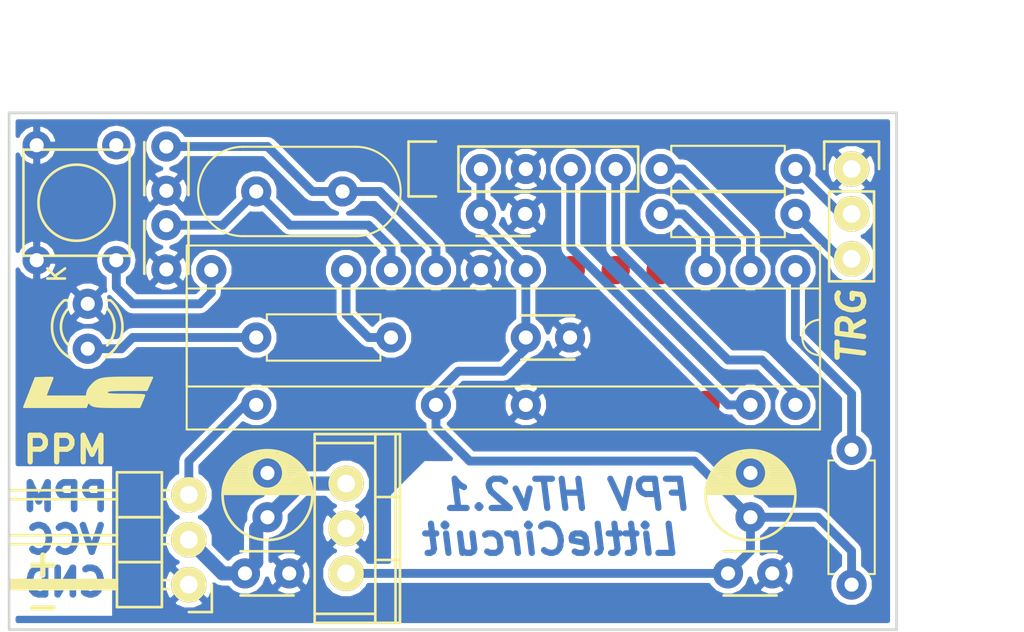
<source format=kicad_pcb>
(kicad_pcb (version 4) (host pcbnew 4.0.6)

  (general
    (links 42)
    (no_connects 0)
    (area 83.109999 55.169999 133.425001 84.530001)
    (thickness 1.6)
    (drawings 13)
    (tracks 74)
    (zones 0)
    (modules 21)
    (nets 17)
  )

  (page A4)
  (layers
    (0 F.Cu signal)
    (31 B.Cu signal)
    (32 B.Adhes user)
    (33 F.Adhes user)
    (34 B.Paste user)
    (35 F.Paste user)
    (36 B.SilkS user)
    (37 F.SilkS user)
    (38 B.Mask user)
    (39 F.Mask user)
    (40 Dwgs.User user)
    (41 Cmts.User user)
    (42 Eco1.User user)
    (43 Eco2.User user)
    (44 Edge.Cuts user)
    (45 Margin user)
    (46 B.CrtYd user)
    (47 F.CrtYd user)
    (48 B.Fab user)
    (49 F.Fab user)
  )

  (setup
    (last_trace_width 0.5)
    (trace_clearance 0.25)
    (zone_clearance 0.29)
    (zone_45_only yes)
    (trace_min 0.2)
    (segment_width 0.2)
    (edge_width 0.15)
    (via_size 1)
    (via_drill 0.8)
    (via_min_size 0.4)
    (via_min_drill 0.3)
    (uvia_size 0.3)
    (uvia_drill 0.1)
    (uvias_allowed no)
    (uvia_min_size 0.2)
    (uvia_min_drill 0.1)
    (pcb_text_width 0.3)
    (pcb_text_size 1.5 1.5)
    (mod_edge_width 0.15)
    (mod_text_size 1 1)
    (mod_text_width 0.15)
    (pad_size 1.7 1.7)
    (pad_drill 0.8)
    (pad_to_mask_clearance 0.2)
    (aux_axis_origin 0 0)
    (visible_elements 7FFCFFFF)
    (pcbplotparams
      (layerselection 0x00020_80000000)
      (usegerberextensions false)
      (excludeedgelayer false)
      (linewidth 0.100000)
      (plotframeref false)
      (viasonmask false)
      (mode 1)
      (useauxorigin false)
      (hpglpennumber 1)
      (hpglpenspeed 20)
      (hpglpendiameter 15)
      (hpglpenoverlay 2)
      (psnegative false)
      (psa4output false)
      (plotreference false)
      (plotvalue false)
      (plotinvisibletext false)
      (padsonsilk false)
      (subtractmaskfromsilk false)
      (outputformat 4)
      (mirror false)
      (drillshape 1)
      (scaleselection 1)
      (outputdirectory ""))
  )

  (net 0 "")
  (net 1 GND)
  (net 2 +BATT)
  (net 3 "Net-(D1-Pad2)")
  (net 4 SDA)
  (net 5 SCL)
  (net 6 "Net-(IC1-Pad1)")
  (net 7 PPM)
  (net 8 BTN)
  (net 9 LED)
  (net 10 RX)
  (net 11 TX)
  (net 12 +5V)
  (net 13 "Net-(IC1-Pad2)")
  (net 14 "Net-(IC1-Pad3)")
  (net 15 "Net-(C2-Pad1)")
  (net 16 "Net-(C7-Pad1)")

  (net_class Default "To jest domyślna klasa połączeń."
    (clearance 0.25)
    (trace_width 0.5)
    (via_dia 1)
    (via_drill 0.8)
    (uvia_dia 0.3)
    (uvia_drill 0.1)
    (add_net +5V)
    (add_net BTN)
    (add_net GND)
    (add_net LED)
    (add_net "Net-(C2-Pad1)")
    (add_net "Net-(C7-Pad1)")
    (add_net "Net-(D1-Pad2)")
    (add_net "Net-(IC1-Pad1)")
    (add_net "Net-(IC1-Pad2)")
    (add_net "Net-(IC1-Pad3)")
    (add_net PPM)
    (add_net RX)
    (add_net SCL)
    (add_net SDA)
    (add_net TX)
  )

  (net_class 3,3V ""
    (clearance 0.25)
    (trace_width 0.5)
    (via_dia 1)
    (via_drill 0.8)
    (uvia_dia 0.3)
    (uvia_drill 0.1)
  )

  (net_class Batt ""
    (clearance 0.25)
    (trace_width 0.8)
    (via_dia 1)
    (via_drill 0.8)
    (uvia_dia 0.3)
    (uvia_drill 0.1)
    (add_net +BATT)
  )

  (module Socket_Strips:Socket_Strip_Straight_1x05 (layer F.Cu) (tedit 594CB086) (tstamp 58507AE3)
    (at 107.315 58.42)
    (descr "Through hole socket strip")
    (tags "socket strip")
    (path /584D570C)
    (fp_text reference P2 (at 0 -5.1) (layer F.SilkS) hide
      (effects (font (size 1 1) (thickness 0.15)))
    )
    (fp_text value CONN_01X05 (at 0 -3.1) (layer F.Fab)
      (effects (font (size 1 1) (thickness 0.15)))
    )
    (fp_line (start -1.75 -1.75) (end -1.75 1.75) (layer F.CrtYd) (width 0.05))
    (fp_line (start 11.95 -1.75) (end 11.95 1.75) (layer F.CrtYd) (width 0.05))
    (fp_line (start -1.75 -1.75) (end 11.95 -1.75) (layer F.CrtYd) (width 0.05))
    (fp_line (start -1.75 1.75) (end 11.95 1.75) (layer F.CrtYd) (width 0.05))
    (fp_line (start 1.27 1.27) (end 11.43 1.27) (layer F.SilkS) (width 0.15))
    (fp_line (start 11.43 1.27) (end 11.43 -1.27) (layer F.SilkS) (width 0.15))
    (fp_line (start 11.43 -1.27) (end 1.27 -1.27) (layer F.SilkS) (width 0.15))
    (fp_line (start -1.55 1.55) (end 0 1.55) (layer F.SilkS) (width 0.15))
    (fp_line (start 1.27 1.27) (end 1.27 -1.27) (layer F.SilkS) (width 0.15))
    (fp_line (start 0 -1.55) (end -1.55 -1.55) (layer F.SilkS) (width 0.15))
    (fp_line (start -1.55 -1.55) (end -1.55 1.55) (layer F.SilkS) (width 0.15))
    (pad 1 smd circle (at 0 0) (size 1.6 1.6) (layers F.Cu F.Paste F.Mask))
    (pad 2 thru_hole circle (at 2.54 0) (size 1.7 1.7) (drill 0.8) (layers *.Cu *.Mask)
      (net 12 +5V))
    (pad 3 thru_hole circle (at 5.08 0) (size 1.7 1.7) (drill 0.8) (layers *.Cu *.Mask)
      (net 1 GND))
    (pad 4 thru_hole circle (at 7.62 0) (size 1.7 1.7) (drill 0.8) (layers *.Cu *.Mask)
      (net 4 SDA))
    (pad 5 thru_hole circle (at 10.16 0) (size 1.7 1.7) (drill 0.8) (layers *.Cu *.Mask)
      (net 5 SCL))
    (model Socket_Strips.3dshapes/Socket_Strip_Straight_1x05.wrl
      (at (xyz 0.2 0 0))
      (scale (xyz 1 1 1))
      (rotate (xyz 0 0 180))
    )
  )

  (module Capacitors_THT:C_Disc_D3_P2.5 (layer F.Cu) (tedit 5944FFD4) (tstamp 584D84A8)
    (at 92.075 57.15 270)
    (descr "Capacitor 3mm Disc, Pitch 2.5mm")
    (tags Capacitor)
    (path /584D8937)
    (fp_text reference C2 (at 1.25 -2.5 270) (layer F.SilkS) hide
      (effects (font (size 1 1) (thickness 0.15)))
    )
    (fp_text value 22pF (at 1.25 2.5 270) (layer F.Fab)
      (effects (font (size 1 1) (thickness 0.15)))
    )
    (fp_line (start -0.9 -1.5) (end 3.4 -1.5) (layer F.CrtYd) (width 0.05))
    (fp_line (start 3.4 -1.5) (end 3.4 1.5) (layer F.CrtYd) (width 0.05))
    (fp_line (start 3.4 1.5) (end -0.9 1.5) (layer F.CrtYd) (width 0.05))
    (fp_line (start -0.9 1.5) (end -0.9 -1.5) (layer F.CrtYd) (width 0.05))
    (fp_line (start -0.25 -1.25) (end 2.75 -1.25) (layer F.SilkS) (width 0.15))
    (fp_line (start 2.75 1.25) (end -0.25 1.25) (layer F.SilkS) (width 0.15))
    (pad 1 thru_hole circle (at 0 0 270) (size 1.7 1.7) (drill 0.8001) (layers *.Cu *.Mask)
      (net 15 "Net-(C2-Pad1)"))
    (pad 2 thru_hole circle (at 2.5 0 270) (size 1.7 1.7) (drill 0.8001) (layers *.Cu *.Mask)
      (net 1 GND))
    (model Capacitors_ThroughHole.3dshapes/C_Disc_D3_P2.5.wrl
      (at (xyz 0.049213 0 0))
      (scale (xyz 1 1 1))
      (rotate (xyz 0 0 0))
    )
  )

  (module Capacitors_THT:C_Disc_D3_P2.5 (layer F.Cu) (tedit 5944FFD1) (tstamp 584D84AE)
    (at 92.075 61.595 270)
    (descr "Capacitor 3mm Disc, Pitch 2.5mm")
    (tags Capacitor)
    (path /584D87AD)
    (fp_text reference C7 (at 1.25 -2.5 270) (layer F.SilkS) hide
      (effects (font (size 1 1) (thickness 0.15)))
    )
    (fp_text value 22pF (at 1.25 2.5 270) (layer F.Fab)
      (effects (font (size 1 1) (thickness 0.15)))
    )
    (fp_line (start -0.9 -1.5) (end 3.4 -1.5) (layer F.CrtYd) (width 0.05))
    (fp_line (start 3.4 -1.5) (end 3.4 1.5) (layer F.CrtYd) (width 0.05))
    (fp_line (start 3.4 1.5) (end -0.9 1.5) (layer F.CrtYd) (width 0.05))
    (fp_line (start -0.9 1.5) (end -0.9 -1.5) (layer F.CrtYd) (width 0.05))
    (fp_line (start -0.25 -1.25) (end 2.75 -1.25) (layer F.SilkS) (width 0.15))
    (fp_line (start 2.75 1.25) (end -0.25 1.25) (layer F.SilkS) (width 0.15))
    (pad 1 thru_hole circle (at 0 0 270) (size 1.7 1.7) (drill 0.8001) (layers *.Cu *.Mask)
      (net 16 "Net-(C7-Pad1)"))
    (pad 2 thru_hole circle (at 2.5 0 270) (size 1.7 1.7) (drill 0.8001) (layers *.Cu *.Mask)
      (net 1 GND))
    (model Capacitors_ThroughHole.3dshapes/C_Disc_D3_P2.5.wrl
      (at (xyz 0.049213 0 0))
      (scale (xyz 1 1 1))
      (rotate (xyz 0 0 0))
    )
  )

  (module Capacitors_THT:C_Disc_D3_P2.5 (layer F.Cu) (tedit 5944FFA8) (tstamp 584D84CE)
    (at 109.855 60.96)
    (descr "Capacitor 3mm Disc, Pitch 2.5mm")
    (tags Capacitor)
    (path /584DF254)
    (fp_text reference C1 (at 1.25 -2.5) (layer F.SilkS) hide
      (effects (font (size 1 1) (thickness 0.15)))
    )
    (fp_text value 100nF (at 1.25 2.5) (layer F.Fab)
      (effects (font (size 1 1) (thickness 0.15)))
    )
    (fp_line (start -0.9 -1.5) (end 3.4 -1.5) (layer F.CrtYd) (width 0.05))
    (fp_line (start 3.4 -1.5) (end 3.4 1.5) (layer F.CrtYd) (width 0.05))
    (fp_line (start 3.4 1.5) (end -0.9 1.5) (layer F.CrtYd) (width 0.05))
    (fp_line (start -0.9 1.5) (end -0.9 -1.5) (layer F.CrtYd) (width 0.05))
    (fp_line (start -0.25 -1.25) (end 2.75 -1.25) (layer F.SilkS) (width 0.15))
    (fp_line (start 2.75 1.25) (end -0.25 1.25) (layer F.SilkS) (width 0.15))
    (pad 1 thru_hole circle (at 0 0) (size 1.7 1.7) (drill 0.8001) (layers *.Cu *.Mask)
      (net 12 +5V))
    (pad 2 thru_hole circle (at 2.5 0) (size 1.7 1.7) (drill 0.8001) (layers *.Cu *.Mask)
      (net 1 GND))
    (model Capacitors_ThroughHole.3dshapes/C_Disc_D3_P2.5.wrl
      (at (xyz 0.049213 0 0))
      (scale (xyz 1 1 1))
      (rotate (xyz 0 0 0))
    )
  )

  (module Capacitors_THT:C_Radial_D5_L11_P2.5 (layer F.Cu) (tedit 594CB0C8) (tstamp 584D84D3)
    (at 97.79 78.105 90)
    (descr "Radial Electrolytic Capacitor Diameter 5mm x Length 11mm, Pitch 2.5mm")
    (tags "Electrolytic Capacitor")
    (path /57E572E2)
    (fp_text reference C3 (at 1.25 -3.8 90) (layer F.SilkS) hide
      (effects (font (size 1 1) (thickness 0.15)))
    )
    (fp_text value 220uF (at 1.25 3.8 90) (layer F.Fab)
      (effects (font (size 1 1) (thickness 0.15)))
    )
    (fp_line (start 1.325 -2.499) (end 1.325 2.499) (layer F.SilkS) (width 0.15))
    (fp_line (start 1.465 -2.491) (end 1.465 2.491) (layer F.SilkS) (width 0.15))
    (fp_line (start 1.605 -2.475) (end 1.605 -0.095) (layer F.SilkS) (width 0.15))
    (fp_line (start 1.605 0.095) (end 1.605 2.475) (layer F.SilkS) (width 0.15))
    (fp_line (start 1.745 -2.451) (end 1.745 -0.49) (layer F.SilkS) (width 0.15))
    (fp_line (start 1.745 0.49) (end 1.745 2.451) (layer F.SilkS) (width 0.15))
    (fp_line (start 1.885 -2.418) (end 1.885 -0.657) (layer F.SilkS) (width 0.15))
    (fp_line (start 1.885 0.657) (end 1.885 2.418) (layer F.SilkS) (width 0.15))
    (fp_line (start 2.025 -2.377) (end 2.025 -0.764) (layer F.SilkS) (width 0.15))
    (fp_line (start 2.025 0.764) (end 2.025 2.377) (layer F.SilkS) (width 0.15))
    (fp_line (start 2.165 -2.327) (end 2.165 -0.835) (layer F.SilkS) (width 0.15))
    (fp_line (start 2.165 0.835) (end 2.165 2.327) (layer F.SilkS) (width 0.15))
    (fp_line (start 2.305 -2.266) (end 2.305 -0.879) (layer F.SilkS) (width 0.15))
    (fp_line (start 2.305 0.879) (end 2.305 2.266) (layer F.SilkS) (width 0.15))
    (fp_line (start 2.445 -2.196) (end 2.445 -0.898) (layer F.SilkS) (width 0.15))
    (fp_line (start 2.445 0.898) (end 2.445 2.196) (layer F.SilkS) (width 0.15))
    (fp_line (start 2.585 -2.114) (end 2.585 -0.896) (layer F.SilkS) (width 0.15))
    (fp_line (start 2.585 0.896) (end 2.585 2.114) (layer F.SilkS) (width 0.15))
    (fp_line (start 2.725 -2.019) (end 2.725 -0.871) (layer F.SilkS) (width 0.15))
    (fp_line (start 2.725 0.871) (end 2.725 2.019) (layer F.SilkS) (width 0.15))
    (fp_line (start 2.865 -1.908) (end 2.865 -0.823) (layer F.SilkS) (width 0.15))
    (fp_line (start 2.865 0.823) (end 2.865 1.908) (layer F.SilkS) (width 0.15))
    (fp_line (start 3.005 -1.78) (end 3.005 -0.745) (layer F.SilkS) (width 0.15))
    (fp_line (start 3.005 0.745) (end 3.005 1.78) (layer F.SilkS) (width 0.15))
    (fp_line (start 3.145 -1.631) (end 3.145 -0.628) (layer F.SilkS) (width 0.15))
    (fp_line (start 3.145 0.628) (end 3.145 1.631) (layer F.SilkS) (width 0.15))
    (fp_line (start 3.285 -1.452) (end 3.285 -0.44) (layer F.SilkS) (width 0.15))
    (fp_line (start 3.285 0.44) (end 3.285 1.452) (layer F.SilkS) (width 0.15))
    (fp_line (start 3.425 -1.233) (end 3.425 1.233) (layer F.SilkS) (width 0.15))
    (fp_line (start 3.565 -0.944) (end 3.565 0.944) (layer F.SilkS) (width 0.15))
    (fp_line (start 3.705 -0.472) (end 3.705 0.472) (layer F.SilkS) (width 0.15))
    (fp_circle (center 2.5 0) (end 2.5 -0.9) (layer F.SilkS) (width 0.15))
    (fp_circle (center 1.25 0) (end 1.25 -2.5375) (layer F.SilkS) (width 0.15))
    (fp_circle (center 1.25 0) (end 1.25 -2.8) (layer F.CrtYd) (width 0.05))
    (pad 1 thru_hole circle (at 0 0 90) (size 1.7 1.7) (drill 0.8001) (layers *.Cu *.Mask)
      (net 2 +BATT))
    (pad 2 thru_hole circle (at 2.5 0 90) (size 1.7 1.7) (drill 0.8001) (layers *.Cu *.Mask)
      (net 1 GND))
    (model Capacitors_ThroughHole.3dshapes/C_Radial_D5_L11_P2.5.wrl
      (at (xyz 0.049213 0 0))
      (scale (xyz 1 1 1))
      (rotate (xyz 0 0 90))
    )
  )

  (module Capacitors_THT:C_Disc_D3_P2.5 (layer F.Cu) (tedit 594CB0D9) (tstamp 584D84D8)
    (at 96.52 81.28)
    (descr "Capacitor 3mm Disc, Pitch 2.5mm")
    (tags Capacitor)
    (path /56096C62)
    (fp_text reference C4 (at 1.25 -2.5) (layer F.SilkS) hide
      (effects (font (size 1 1) (thickness 0.15)))
    )
    (fp_text value 100nF (at 1.25 2.5) (layer F.Fab)
      (effects (font (size 1 1) (thickness 0.15)))
    )
    (fp_line (start -0.9 -1.5) (end 3.4 -1.5) (layer F.CrtYd) (width 0.05))
    (fp_line (start 3.4 -1.5) (end 3.4 1.5) (layer F.CrtYd) (width 0.05))
    (fp_line (start 3.4 1.5) (end -0.9 1.5) (layer F.CrtYd) (width 0.05))
    (fp_line (start -0.9 1.5) (end -0.9 -1.5) (layer F.CrtYd) (width 0.05))
    (fp_line (start -0.25 -1.25) (end 2.75 -1.25) (layer F.SilkS) (width 0.15))
    (fp_line (start 2.75 1.25) (end -0.25 1.25) (layer F.SilkS) (width 0.15))
    (pad 1 thru_hole circle (at 0 0) (size 1.7 1.7) (drill 0.8001) (layers *.Cu *.Mask)
      (net 2 +BATT))
    (pad 2 thru_hole circle (at 2.5 0) (size 1.7 1.7) (drill 0.8001) (layers *.Cu *.Mask)
      (net 1 GND))
    (model Capacitors_ThroughHole.3dshapes/C_Disc_D3_P2.5.wrl
      (at (xyz 0.049213 0 0))
      (scale (xyz 1 1 1))
      (rotate (xyz 0 0 0))
    )
  )

  (module Capacitors_THT:C_Radial_D5_L11_P2.5 (layer F.Cu) (tedit 586782ED) (tstamp 584D84DD)
    (at 125.095 78.105 90)
    (descr "Radial Electrolytic Capacitor Diameter 5mm x Length 11mm, Pitch 2.5mm")
    (tags "Electrolytic Capacitor")
    (path /57E58F1B)
    (fp_text reference C5 (at 1.25 -3.8 90) (layer F.SilkS) hide
      (effects (font (size 1 1) (thickness 0.15)))
    )
    (fp_text value 47uF (at 1.25 3.8 90) (layer F.Fab)
      (effects (font (size 1 1) (thickness 0.15)))
    )
    (fp_line (start 1.325 -2.499) (end 1.325 2.499) (layer F.SilkS) (width 0.15))
    (fp_line (start 1.465 -2.491) (end 1.465 2.491) (layer F.SilkS) (width 0.15))
    (fp_line (start 1.605 -2.475) (end 1.605 -0.095) (layer F.SilkS) (width 0.15))
    (fp_line (start 1.605 0.095) (end 1.605 2.475) (layer F.SilkS) (width 0.15))
    (fp_line (start 1.745 -2.451) (end 1.745 -0.49) (layer F.SilkS) (width 0.15))
    (fp_line (start 1.745 0.49) (end 1.745 2.451) (layer F.SilkS) (width 0.15))
    (fp_line (start 1.885 -2.418) (end 1.885 -0.657) (layer F.SilkS) (width 0.15))
    (fp_line (start 1.885 0.657) (end 1.885 2.418) (layer F.SilkS) (width 0.15))
    (fp_line (start 2.025 -2.377) (end 2.025 -0.764) (layer F.SilkS) (width 0.15))
    (fp_line (start 2.025 0.764) (end 2.025 2.377) (layer F.SilkS) (width 0.15))
    (fp_line (start 2.165 -2.327) (end 2.165 -0.835) (layer F.SilkS) (width 0.15))
    (fp_line (start 2.165 0.835) (end 2.165 2.327) (layer F.SilkS) (width 0.15))
    (fp_line (start 2.305 -2.266) (end 2.305 -0.879) (layer F.SilkS) (width 0.15))
    (fp_line (start 2.305 0.879) (end 2.305 2.266) (layer F.SilkS) (width 0.15))
    (fp_line (start 2.445 -2.196) (end 2.445 -0.898) (layer F.SilkS) (width 0.15))
    (fp_line (start 2.445 0.898) (end 2.445 2.196) (layer F.SilkS) (width 0.15))
    (fp_line (start 2.585 -2.114) (end 2.585 -0.896) (layer F.SilkS) (width 0.15))
    (fp_line (start 2.585 0.896) (end 2.585 2.114) (layer F.SilkS) (width 0.15))
    (fp_line (start 2.725 -2.019) (end 2.725 -0.871) (layer F.SilkS) (width 0.15))
    (fp_line (start 2.725 0.871) (end 2.725 2.019) (layer F.SilkS) (width 0.15))
    (fp_line (start 2.865 -1.908) (end 2.865 -0.823) (layer F.SilkS) (width 0.15))
    (fp_line (start 2.865 0.823) (end 2.865 1.908) (layer F.SilkS) (width 0.15))
    (fp_line (start 3.005 -1.78) (end 3.005 -0.745) (layer F.SilkS) (width 0.15))
    (fp_line (start 3.005 0.745) (end 3.005 1.78) (layer F.SilkS) (width 0.15))
    (fp_line (start 3.145 -1.631) (end 3.145 -0.628) (layer F.SilkS) (width 0.15))
    (fp_line (start 3.145 0.628) (end 3.145 1.631) (layer F.SilkS) (width 0.15))
    (fp_line (start 3.285 -1.452) (end 3.285 -0.44) (layer F.SilkS) (width 0.15))
    (fp_line (start 3.285 0.44) (end 3.285 1.452) (layer F.SilkS) (width 0.15))
    (fp_line (start 3.425 -1.233) (end 3.425 1.233) (layer F.SilkS) (width 0.15))
    (fp_line (start 3.565 -0.944) (end 3.565 0.944) (layer F.SilkS) (width 0.15))
    (fp_line (start 3.705 -0.472) (end 3.705 0.472) (layer F.SilkS) (width 0.15))
    (fp_circle (center 2.5 0) (end 2.5 -0.9) (layer F.SilkS) (width 0.15))
    (fp_circle (center 1.25 0) (end 1.25 -2.5375) (layer F.SilkS) (width 0.15))
    (fp_circle (center 1.25 0) (end 1.25 -2.8) (layer F.CrtYd) (width 0.05))
    (pad 1 thru_hole circle (at 0 0 90) (size 1.7 1.7) (drill 0.8001) (layers *.Cu *.Mask)
      (net 12 +5V))
    (pad 2 thru_hole circle (at 2.5 0 90) (size 1.7 1.7) (drill 0.8001) (layers *.Cu *.Mask)
      (net 1 GND))
    (model Capacitors_ThroughHole.3dshapes/C_Radial_D5_L11_P2.5.wrl
      (at (xyz 0.049213 0 0))
      (scale (xyz 1 1 1))
      (rotate (xyz 0 0 90))
    )
  )

  (module Capacitors_THT:C_Disc_D3_P2.5 (layer F.Cu) (tedit 586782E5) (tstamp 584D8AD3)
    (at 123.825 81.28)
    (descr "Capacitor 3mm Disc, Pitch 2.5mm")
    (tags Capacitor)
    (path /584DA60D)
    (fp_text reference C6 (at 1.25 -2.5) (layer F.SilkS) hide
      (effects (font (size 1 1) (thickness 0.15)))
    )
    (fp_text value 100nF (at 1.25 2.5) (layer F.Fab)
      (effects (font (size 1 1) (thickness 0.15)))
    )
    (fp_line (start -0.9 -1.5) (end 3.4 -1.5) (layer F.CrtYd) (width 0.05))
    (fp_line (start 3.4 -1.5) (end 3.4 1.5) (layer F.CrtYd) (width 0.05))
    (fp_line (start 3.4 1.5) (end -0.9 1.5) (layer F.CrtYd) (width 0.05))
    (fp_line (start -0.9 1.5) (end -0.9 -1.5) (layer F.CrtYd) (width 0.05))
    (fp_line (start -0.25 -1.25) (end 2.75 -1.25) (layer F.SilkS) (width 0.15))
    (fp_line (start 2.75 1.25) (end -0.25 1.25) (layer F.SilkS) (width 0.15))
    (pad 1 thru_hole circle (at 0 0) (size 1.7 1.7) (drill 0.8001) (layers *.Cu *.Mask)
      (net 12 +5V))
    (pad 2 thru_hole circle (at 2.5 0) (size 1.7 1.7) (drill 0.8001) (layers *.Cu *.Mask)
      (net 1 GND))
    (model Capacitors_ThroughHole.3dshapes/C_Disc_D3_P2.5.wrl
      (at (xyz 0.049213 0 0))
      (scale (xyz 1 1 1))
      (rotate (xyz 0 0 0))
    )
  )

  (module LEDs:LED-3MM (layer F.Cu) (tedit 594CB120) (tstamp 58666597)
    (at 87.63 66.04 270)
    (descr "LED 3mm round vertical")
    (tags "LED  3mm round vertical")
    (path /57E5D999)
    (fp_text reference D1 (at 1.91 3.06 270) (layer F.SilkS) hide
      (effects (font (size 1 1) (thickness 0.15)))
    )
    (fp_text value LED (at 1.3 -2.9 270) (layer F.Fab)
      (effects (font (size 1 1) (thickness 0.15)))
    )
    (fp_line (start -1.2 2.3) (end 3.8 2.3) (layer F.CrtYd) (width 0.05))
    (fp_line (start 3.8 2.3) (end 3.8 -2.2) (layer F.CrtYd) (width 0.05))
    (fp_line (start 3.8 -2.2) (end -1.2 -2.2) (layer F.CrtYd) (width 0.05))
    (fp_line (start -1.2 -2.2) (end -1.2 2.3) (layer F.CrtYd) (width 0.05))
    (fp_line (start -0.199 1.314) (end -0.199 1.114) (layer F.SilkS) (width 0.15))
    (fp_line (start -0.199 -1.28) (end -0.199 -1.1) (layer F.SilkS) (width 0.15))
    (fp_arc (start 1.301 0.034) (end -0.199 -1.286) (angle 108.5) (layer F.SilkS) (width 0.15))
    (fp_arc (start 1.301 0.034) (end 0.25 -1.1) (angle 85.7) (layer F.SilkS) (width 0.15))
    (fp_arc (start 1.311 0.034) (end 3.051 0.994) (angle 110) (layer F.SilkS) (width 0.15))
    (fp_arc (start 1.301 0.034) (end 2.335 1.094) (angle 87.5) (layer F.SilkS) (width 0.15))
    (fp_text user K (at -1.69 1.74 270) (layer F.SilkS)
      (effects (font (size 1 1) (thickness 0.15)))
    )
    (pad 1 thru_hole circle (at 0 0 270) (size 1.7 1.7) (drill 0.8) (layers *.Cu *.Mask)
      (net 1 GND))
    (pad 2 thru_hole circle (at 2.54 0 270) (size 1.7 1.7) (drill 0.8) (layers *.Cu *.Mask)
      (net 3 "Net-(D1-Pad2)"))
    (model LEDs.3dshapes/LED-3MM.wrl
      (at (xyz 0.05 0 0))
      (scale (xyz 1 1 1))
      (rotate (xyz 0 0 90))
    )
  )

  (module Pin_Headers:Pin_Header_Straight_1x03 (layer F.Cu) (tedit 594CB0F6) (tstamp 586667FC)
    (at 130.81 58.42)
    (descr "Through hole pin header")
    (tags "pin header")
    (path /57EC56C7)
    (fp_text reference P3 (at 0 -5.1) (layer F.SilkS) hide
      (effects (font (size 1 1) (thickness 0.15)))
    )
    (fp_text value CONN_01X03 (at 0 -3.1) (layer F.Fab)
      (effects (font (size 1 1) (thickness 0.15)))
    )
    (fp_line (start -1.75 -1.75) (end -1.75 6.85) (layer F.CrtYd) (width 0.05))
    (fp_line (start 1.75 -1.75) (end 1.75 6.85) (layer F.CrtYd) (width 0.05))
    (fp_line (start -1.75 -1.75) (end 1.75 -1.75) (layer F.CrtYd) (width 0.05))
    (fp_line (start -1.75 6.85) (end 1.75 6.85) (layer F.CrtYd) (width 0.05))
    (fp_line (start -1.27 1.27) (end -1.27 6.35) (layer F.SilkS) (width 0.15))
    (fp_line (start -1.27 6.35) (end 1.27 6.35) (layer F.SilkS) (width 0.15))
    (fp_line (start 1.27 6.35) (end 1.27 1.27) (layer F.SilkS) (width 0.15))
    (fp_line (start 1.55 -1.55) (end 1.55 0) (layer F.SilkS) (width 0.15))
    (fp_line (start 1.27 1.27) (end -1.27 1.27) (layer F.SilkS) (width 0.15))
    (fp_line (start -1.55 0) (end -1.55 -1.55) (layer F.SilkS) (width 0.15))
    (fp_line (start -1.55 -1.55) (end 1.55 -1.55) (layer F.SilkS) (width 0.15))
    (pad 1 thru_hole circle (at 0 0) (size 2 2) (drill 1) (layers *.Cu *.Mask F.SilkS)
      (net 1 GND))
    (pad 2 thru_hole circle (at 0 2.54) (size 2 2) (drill 1) (layers *.Cu *.Mask F.SilkS)
      (net 10 RX))
    (pad 3 thru_hole circle (at 0 5.08) (size 2 2) (drill 1) (layers *.Cu *.Mask F.SilkS)
      (net 11 TX))
    (model Pin_Headers.3dshapes/Pin_Header_Straight_1x03.wrl
      (at (xyz 0 -0.1 0))
      (scale (xyz 1 1 1))
      (rotate (xyz 0 0 90))
    )
  )

  (module Footprints:lc (layer F.Cu) (tedit 0) (tstamp 586668F5)
    (at 87.63 71.12)
    (fp_text reference G*** (at 0 0) (layer F.SilkS) hide
      (effects (font (thickness 0.3)))
    )
    (fp_text value LOGO (at 0.75 0) (layer F.SilkS) hide
      (effects (font (thickness 0.3)))
    )
    (fp_poly (pts (xy 3.649224 -0.914401) (xy 3.491224 -0.558801) (xy 3.333224 -0.203201) (xy 2.257032 -0.203201)
      (xy 1.886964 -0.20205) (xy 1.606122 -0.198064) (xy 1.40215 -0.190439) (xy 1.262694 -0.178371)
      (xy 1.175399 -0.161058) (xy 1.127911 -0.137695) (xy 1.119446 -0.129226) (xy 1.082003 -0.072111)
      (xy 1.083083 -0.02832) (xy 1.132592 0.003856) (xy 1.240433 0.026128) (xy 1.416512 0.040206)
      (xy 1.670733 0.047801) (xy 2.013001 0.050623) (xy 2.161998 0.0508) (xy 2.474369 0.052571)
      (xy 2.749132 0.057519) (xy 2.971241 0.065091) (xy 3.125652 0.074735) (xy 3.19732 0.085898)
      (xy 3.200545 0.0889) (xy 3.182072 0.151824) (xy 3.133519 0.28003) (xy 3.065925 0.4445)
      (xy 2.931158 0.762) (xy 1.691656 0.762) (xy 1.273558 0.760889) (xy 0.944286 0.756336)
      (xy 0.691077 0.746512) (xy 0.501168 0.729584) (xy 0.361799 0.703723) (xy 0.260206 0.667098)
      (xy 0.183627 0.617878) (xy 0.119301 0.554233) (xy 0.102091 0.533991) (xy 0.051348 0.488641)
      (xy 0.011729 0.515675) (xy -0.031457 0.606842) (xy -0.096696 0.762) (xy -1.851337 0.762)
      (xy -3.605978 0.762) (xy -3.530769 0.5715) (xy -3.48375 0.451885) (xy -3.409562 0.262559)
      (xy -3.317969 0.028457) (xy -3.218733 -0.225481) (xy -3.207595 -0.254) (xy -2.95963 -0.889)
      (xy -2.470415 -0.90354) (xy -2.261559 -0.907722) (xy -2.097153 -0.907158) (xy -1.99909 -0.90214)
      (xy -1.9812 -0.897044) (xy -1.99909 -0.841483) (xy -2.043914 -0.727523) (xy -2.063931 -0.679304)
      (xy -2.127328 -0.523502) (xy -2.206395 -0.322395) (xy -2.266694 -0.1651) (xy -2.386727 0.1524)
      (xy -1.225257 0.1524) (xy -0.063786 0.1524) (xy -0.031141 -0.051749) (xy 0.01905 -0.212245)
      (xy 0.127429 -0.37658) (xy 0.242052 -0.503984) (xy 0.357178 -0.616347) (xy 0.469726 -0.706203)
      (xy 0.592449 -0.776045) (xy 0.738097 -0.828365) (xy 0.919423 -0.865655) (xy 1.149176 -0.890408)
      (xy 1.440109 -0.905117) (xy 1.804973 -0.912272) (xy 2.25652 -0.914368) (xy 2.341832 -0.914401)
      (xy 3.649224 -0.914401) (xy 3.649224 -0.914401)) (layer F.SilkS) (width 0.1))
  )

  (module Crystals:Crystal_HC49-4H_Vertical (layer F.Cu) (tedit 594CB13C) (tstamp 59429078)
    (at 97.155 59.69)
    (descr "Crystal THT HC-49-4H http://5hertz.com/pdfs/04404_D.pdf")
    (tags "THT crystalHC-49-4H")
    (path /584D85F1)
    (fp_text reference Y1 (at 2.44 -3.525) (layer F.SilkS) hide
      (effects (font (size 1 1) (thickness 0.15)))
    )
    (fp_text value 16MHz (at 2.44 3.525) (layer F.Fab)
      (effects (font (size 1 1) (thickness 0.15)))
    )
    (fp_text user %R (at 2.44 0) (layer F.Fab)
      (effects (font (size 1 1) (thickness 0.15)))
    )
    (fp_line (start -0.76 -2.325) (end 5.64 -2.325) (layer F.Fab) (width 0.1))
    (fp_line (start -0.76 2.325) (end 5.64 2.325) (layer F.Fab) (width 0.1))
    (fp_line (start -0.56 -2) (end 5.44 -2) (layer F.Fab) (width 0.1))
    (fp_line (start -0.56 2) (end 5.44 2) (layer F.Fab) (width 0.1))
    (fp_line (start -0.76 -2.525) (end 5.64 -2.525) (layer F.SilkS) (width 0.12))
    (fp_line (start -0.76 2.525) (end 5.64 2.525) (layer F.SilkS) (width 0.12))
    (fp_line (start -3.6 -2.8) (end -3.6 2.8) (layer F.CrtYd) (width 0.05))
    (fp_line (start -3.6 2.8) (end 8.5 2.8) (layer F.CrtYd) (width 0.05))
    (fp_line (start 8.5 2.8) (end 8.5 -2.8) (layer F.CrtYd) (width 0.05))
    (fp_line (start 8.5 -2.8) (end -3.6 -2.8) (layer F.CrtYd) (width 0.05))
    (fp_arc (start -0.76 0) (end -0.76 -2.325) (angle -180) (layer F.Fab) (width 0.1))
    (fp_arc (start 5.64 0) (end 5.64 -2.325) (angle 180) (layer F.Fab) (width 0.1))
    (fp_arc (start -0.56 0) (end -0.56 -2) (angle -180) (layer F.Fab) (width 0.1))
    (fp_arc (start 5.44 0) (end 5.44 -2) (angle 180) (layer F.Fab) (width 0.1))
    (fp_arc (start -0.76 0) (end -0.76 -2.525) (angle -180) (layer F.SilkS) (width 0.12))
    (fp_arc (start 5.64 0) (end 5.64 -2.525) (angle 180) (layer F.SilkS) (width 0.12))
    (pad 1 thru_hole circle (at 0 0) (size 1.7 1.7) (drill 0.8) (layers *.Cu *.Mask)
      (net 16 "Net-(C7-Pad1)"))
    (pad 2 thru_hole circle (at 4.88 0) (size 1.7 1.7) (drill 0.8) (layers *.Cu *.Mask)
      (net 15 "Net-(C2-Pad1)"))
    (model ${KISYS3DMOD}/Crystals.3dshapes/Crystal_HC49-4H_Vertical.wrl
      (at (xyz 0 0 0))
      (scale (xyz 0.393701 0.393701 0.393701))
      (rotate (xyz 0 0 0))
    )
  )

  (module Pin_Headers:Pin_Header_Angled_1x03 (layer F.Cu) (tedit 594CB0EE) (tstamp 59429253)
    (at 93.345 81.915 180)
    (descr "Through hole pin header")
    (tags "pin header")
    (path /5608F68A)
    (fp_text reference P1 (at 0 -5.1 180) (layer F.SilkS) hide
      (effects (font (size 1 1) (thickness 0.15)))
    )
    (fp_text value CONN_01X03 (at 0 -3.1 180) (layer F.Fab)
      (effects (font (size 1 1) (thickness 0.15)))
    )
    (fp_line (start -1.5 -1.75) (end -1.5 6.85) (layer F.CrtYd) (width 0.05))
    (fp_line (start 10.65 -1.75) (end 10.65 6.85) (layer F.CrtYd) (width 0.05))
    (fp_line (start -1.5 -1.75) (end 10.65 -1.75) (layer F.CrtYd) (width 0.05))
    (fp_line (start -1.5 6.85) (end 10.65 6.85) (layer F.CrtYd) (width 0.05))
    (fp_line (start -1.3 -1.55) (end -1.3 0) (layer F.SilkS) (width 0.15))
    (fp_line (start 0 -1.55) (end -1.3 -1.55) (layer F.SilkS) (width 0.15))
    (fp_line (start 4.191 -0.127) (end 10.033 -0.127) (layer F.SilkS) (width 0.15))
    (fp_line (start 10.033 -0.127) (end 10.033 0.127) (layer F.SilkS) (width 0.15))
    (fp_line (start 10.033 0.127) (end 4.191 0.127) (layer F.SilkS) (width 0.15))
    (fp_line (start 4.191 0.127) (end 4.191 0) (layer F.SilkS) (width 0.15))
    (fp_line (start 4.191 0) (end 10.033 0) (layer F.SilkS) (width 0.15))
    (fp_line (start 1.524 -0.254) (end 1.143 -0.254) (layer F.SilkS) (width 0.15))
    (fp_line (start 1.524 0.254) (end 1.143 0.254) (layer F.SilkS) (width 0.15))
    (fp_line (start 1.524 2.286) (end 1.143 2.286) (layer F.SilkS) (width 0.15))
    (fp_line (start 1.524 2.794) (end 1.143 2.794) (layer F.SilkS) (width 0.15))
    (fp_line (start 1.524 4.826) (end 1.143 4.826) (layer F.SilkS) (width 0.15))
    (fp_line (start 1.524 5.334) (end 1.143 5.334) (layer F.SilkS) (width 0.15))
    (fp_line (start 4.064 1.27) (end 4.064 -1.27) (layer F.SilkS) (width 0.15))
    (fp_line (start 10.16 0.254) (end 4.064 0.254) (layer F.SilkS) (width 0.15))
    (fp_line (start 10.16 -0.254) (end 10.16 0.254) (layer F.SilkS) (width 0.15))
    (fp_line (start 4.064 -0.254) (end 10.16 -0.254) (layer F.SilkS) (width 0.15))
    (fp_line (start 1.524 1.27) (end 4.064 1.27) (layer F.SilkS) (width 0.15))
    (fp_line (start 1.524 -1.27) (end 1.524 1.27) (layer F.SilkS) (width 0.15))
    (fp_line (start 1.524 -1.27) (end 4.064 -1.27) (layer F.SilkS) (width 0.15))
    (fp_line (start 1.524 3.81) (end 4.064 3.81) (layer F.SilkS) (width 0.15))
    (fp_line (start 1.524 3.81) (end 1.524 6.35) (layer F.SilkS) (width 0.15))
    (fp_line (start 4.064 4.826) (end 10.16 4.826) (layer F.SilkS) (width 0.15))
    (fp_line (start 10.16 4.826) (end 10.16 5.334) (layer F.SilkS) (width 0.15))
    (fp_line (start 10.16 5.334) (end 4.064 5.334) (layer F.SilkS) (width 0.15))
    (fp_line (start 4.064 6.35) (end 4.064 3.81) (layer F.SilkS) (width 0.15))
    (fp_line (start 4.064 3.81) (end 4.064 1.27) (layer F.SilkS) (width 0.15))
    (fp_line (start 10.16 2.794) (end 4.064 2.794) (layer F.SilkS) (width 0.15))
    (fp_line (start 10.16 2.286) (end 10.16 2.794) (layer F.SilkS) (width 0.15))
    (fp_line (start 4.064 2.286) (end 10.16 2.286) (layer F.SilkS) (width 0.15))
    (fp_line (start 1.524 3.81) (end 4.064 3.81) (layer F.SilkS) (width 0.15))
    (fp_line (start 1.524 1.27) (end 1.524 3.81) (layer F.SilkS) (width 0.15))
    (fp_line (start 1.524 1.27) (end 4.064 1.27) (layer F.SilkS) (width 0.15))
    (fp_line (start 1.524 6.35) (end 4.064 6.35) (layer F.SilkS) (width 0.15))
    (pad 1 thru_hole circle (at 0 0 180) (size 2 2) (drill 1) (layers *.Cu *.Mask F.SilkS)
      (net 1 GND))
    (pad 2 thru_hole circle (at 0 2.54 180) (size 2 2) (drill 1) (layers *.Cu *.Mask F.SilkS)
      (net 2 +BATT))
    (pad 3 thru_hole circle (at 0 5.08 180) (size 2 2) (drill 1) (layers *.Cu *.Mask F.SilkS)
      (net 7 PPM))
    (model Pin_Headers.3dshapes/Pin_Header_Angled_1x03.wrl
      (at (xyz 0 -0.1 0))
      (scale (xyz 1 1 1))
      (rotate (xyz 0 0 90))
    )
  )

  (module Resistors_THT:R_Axial_DIN0207_L6.3mm_D2.5mm_P7.62mm_Horizontal (layer F.Cu) (tedit 594CB012) (tstamp 594292D4)
    (at 120.015 58.42)
    (descr "Resistor, Axial_DIN0207 series, Axial, Horizontal, pin pitch=7.62mm, 0.25W = 1/4W, length*diameter=6.3*2.5mm^2, http://cdn-reichelt.de/documents/datenblatt/B400/1_4W%23YAG.pdf")
    (tags "Resistor Axial_DIN0207 series Axial Horizontal pin pitch 7.62mm 0.25W = 1/4W length 6.3mm diameter 2.5mm")
    (path /584DB257)
    (fp_text reference R1 (at 3.81 -2.31) (layer F.SilkS) hide
      (effects (font (size 1 1) (thickness 0.15)))
    )
    (fp_text value 240 (at 3.81 2.31) (layer F.Fab)
      (effects (font (size 1 1) (thickness 0.15)))
    )
    (fp_line (start 0.66 -1.25) (end 0.66 1.25) (layer F.Fab) (width 0.1))
    (fp_line (start 0.66 1.25) (end 6.96 1.25) (layer F.Fab) (width 0.1))
    (fp_line (start 6.96 1.25) (end 6.96 -1.25) (layer F.Fab) (width 0.1))
    (fp_line (start 6.96 -1.25) (end 0.66 -1.25) (layer F.Fab) (width 0.1))
    (fp_line (start 0 0) (end 0.66 0) (layer F.Fab) (width 0.1))
    (fp_line (start 7.62 0) (end 6.96 0) (layer F.Fab) (width 0.1))
    (fp_line (start 0.6 -0.98) (end 0.6 -1.31) (layer F.SilkS) (width 0.12))
    (fp_line (start 0.6 -1.31) (end 7.02 -1.31) (layer F.SilkS) (width 0.12))
    (fp_line (start 7.02 -1.31) (end 7.02 -0.98) (layer F.SilkS) (width 0.12))
    (fp_line (start 0.6 0.98) (end 0.6 1.31) (layer F.SilkS) (width 0.12))
    (fp_line (start 0.6 1.31) (end 7.02 1.31) (layer F.SilkS) (width 0.12))
    (fp_line (start 7.02 1.31) (end 7.02 0.98) (layer F.SilkS) (width 0.12))
    (fp_line (start -1.05 -1.6) (end -1.05 1.6) (layer F.CrtYd) (width 0.05))
    (fp_line (start -1.05 1.6) (end 8.7 1.6) (layer F.CrtYd) (width 0.05))
    (fp_line (start 8.7 1.6) (end 8.7 -1.6) (layer F.CrtYd) (width 0.05))
    (fp_line (start 8.7 -1.6) (end -1.05 -1.6) (layer F.CrtYd) (width 0.05))
    (pad 1 thru_hole circle (at 0 0) (size 1.7 1.7) (drill 0.8) (layers *.Cu *.Mask)
      (net 13 "Net-(IC1-Pad2)"))
    (pad 2 thru_hole circle (at 7.62 0) (size 1.7 1.7) (drill 0.8) (layers *.Cu *.Mask)
      (net 10 RX))
    (model Resistors_THT.3dshapes/R_Axial_DIN0207_L6.3mm_D2.5mm_P7.62mm_Horizontal.wrl
      (at (xyz 0 0 0))
      (scale (xyz 0.393701 0.393701 0.393701))
      (rotate (xyz 0 0 0))
    )
  )

  (module Resistors_THT:R_Axial_DIN0207_L6.3mm_D2.5mm_P7.62mm_Horizontal (layer F.Cu) (tedit 593A7EDB) (tstamp 594292D9)
    (at 127.635 60.96 180)
    (descr "Resistor, Axial_DIN0207 series, Axial, Horizontal, pin pitch=7.62mm, 0.25W = 1/4W, length*diameter=6.3*2.5mm^2, http://cdn-reichelt.de/documents/datenblatt/B400/1_4W%23YAG.pdf")
    (tags "Resistor Axial_DIN0207 series Axial Horizontal pin pitch 7.62mm 0.25W = 1/4W length 6.3mm diameter 2.5mm")
    (path /584DB484)
    (fp_text reference R2 (at 3.81 -2.31 180) (layer F.SilkS) hide
      (effects (font (size 1 1) (thickness 0.15)))
    )
    (fp_text value 240 (at 3.81 2.31 180) (layer F.Fab)
      (effects (font (size 1 1) (thickness 0.15)))
    )
    (fp_line (start 0.66 -1.25) (end 0.66 1.25) (layer F.Fab) (width 0.1))
    (fp_line (start 0.66 1.25) (end 6.96 1.25) (layer F.Fab) (width 0.1))
    (fp_line (start 6.96 1.25) (end 6.96 -1.25) (layer F.Fab) (width 0.1))
    (fp_line (start 6.96 -1.25) (end 0.66 -1.25) (layer F.Fab) (width 0.1))
    (fp_line (start 0 0) (end 0.66 0) (layer F.Fab) (width 0.1))
    (fp_line (start 7.62 0) (end 6.96 0) (layer F.Fab) (width 0.1))
    (fp_line (start 0.6 -0.98) (end 0.6 -1.31) (layer F.SilkS) (width 0.12))
    (fp_line (start 0.6 -1.31) (end 7.02 -1.31) (layer F.SilkS) (width 0.12))
    (fp_line (start 7.02 -1.31) (end 7.02 -0.98) (layer F.SilkS) (width 0.12))
    (fp_line (start 0.6 0.98) (end 0.6 1.31) (layer F.SilkS) (width 0.12))
    (fp_line (start 0.6 1.31) (end 7.02 1.31) (layer F.SilkS) (width 0.12))
    (fp_line (start 7.02 1.31) (end 7.02 0.98) (layer F.SilkS) (width 0.12))
    (fp_line (start -1.05 -1.6) (end -1.05 1.6) (layer F.CrtYd) (width 0.05))
    (fp_line (start -1.05 1.6) (end 8.7 1.6) (layer F.CrtYd) (width 0.05))
    (fp_line (start 8.7 1.6) (end 8.7 -1.6) (layer F.CrtYd) (width 0.05))
    (fp_line (start 8.7 -1.6) (end -1.05 -1.6) (layer F.CrtYd) (width 0.05))
    (pad 1 thru_hole circle (at 0 0 180) (size 1.7 1.7) (drill 0.8) (layers *.Cu *.Mask)
      (net 11 TX))
    (pad 2 thru_hole circle (at 7.62 0 180) (size 1.7 1.7) (drill 0.8) (layers *.Cu *.Mask)
      (net 14 "Net-(IC1-Pad3)"))
    (model Resistors_THT.3dshapes/R_Axial_DIN0207_L6.3mm_D2.5mm_P7.62mm_Horizontal.wrl
      (at (xyz 0 0 0))
      (scale (xyz 0.393701 0.393701 0.393701))
      (rotate (xyz 0 0 0))
    )
  )

  (module Resistors_THT:R_Axial_DIN0207_L6.3mm_D2.5mm_P7.62mm_Horizontal (layer F.Cu) (tedit 594CB100) (tstamp 594292DE)
    (at 130.81 74.295 270)
    (descr "Resistor, Axial_DIN0207 series, Axial, Horizontal, pin pitch=7.62mm, 0.25W = 1/4W, length*diameter=6.3*2.5mm^2, http://cdn-reichelt.de/documents/datenblatt/B400/1_4W%23YAG.pdf")
    (tags "Resistor Axial_DIN0207 series Axial Horizontal pin pitch 7.62mm 0.25W = 1/4W length 6.3mm diameter 2.5mm")
    (path /57E5B38A)
    (fp_text reference R3 (at 3.81 -2.31 270) (layer F.SilkS) hide
      (effects (font (size 1 1) (thickness 0.15)))
    )
    (fp_text value 10K (at 3.81 2.31 270) (layer F.Fab)
      (effects (font (size 1 1) (thickness 0.15)))
    )
    (fp_line (start 0.66 -1.25) (end 0.66 1.25) (layer F.Fab) (width 0.1))
    (fp_line (start 0.66 1.25) (end 6.96 1.25) (layer F.Fab) (width 0.1))
    (fp_line (start 6.96 1.25) (end 6.96 -1.25) (layer F.Fab) (width 0.1))
    (fp_line (start 6.96 -1.25) (end 0.66 -1.25) (layer F.Fab) (width 0.1))
    (fp_line (start 0 0) (end 0.66 0) (layer F.Fab) (width 0.1))
    (fp_line (start 7.62 0) (end 6.96 0) (layer F.Fab) (width 0.1))
    (fp_line (start 0.6 -0.98) (end 0.6 -1.31) (layer F.SilkS) (width 0.12))
    (fp_line (start 0.6 -1.31) (end 7.02 -1.31) (layer F.SilkS) (width 0.12))
    (fp_line (start 7.02 -1.31) (end 7.02 -0.98) (layer F.SilkS) (width 0.12))
    (fp_line (start 0.6 0.98) (end 0.6 1.31) (layer F.SilkS) (width 0.12))
    (fp_line (start 0.6 1.31) (end 7.02 1.31) (layer F.SilkS) (width 0.12))
    (fp_line (start 7.02 1.31) (end 7.02 0.98) (layer F.SilkS) (width 0.12))
    (fp_line (start -1.05 -1.6) (end -1.05 1.6) (layer F.CrtYd) (width 0.05))
    (fp_line (start -1.05 1.6) (end 8.7 1.6) (layer F.CrtYd) (width 0.05))
    (fp_line (start 8.7 1.6) (end 8.7 -1.6) (layer F.CrtYd) (width 0.05))
    (fp_line (start 8.7 -1.6) (end -1.05 -1.6) (layer F.CrtYd) (width 0.05))
    (pad 1 thru_hole circle (at 0 0 270) (size 1.7 1.7) (drill 0.8) (layers *.Cu *.Mask)
      (net 6 "Net-(IC1-Pad1)"))
    (pad 2 thru_hole circle (at 7.62 0 270) (size 1.7 1.7) (drill 0.8) (layers *.Cu *.Mask)
      (net 12 +5V))
    (model Resistors_THT.3dshapes/R_Axial_DIN0207_L6.3mm_D2.5mm_P7.62mm_Horizontal.wrl
      (at (xyz 0 0 0))
      (scale (xyz 0.393701 0.393701 0.393701))
      (rotate (xyz 0 0 0))
    )
  )

  (module Resistors_THT:R_Axial_DIN0207_L6.3mm_D2.5mm_P7.62mm_Horizontal (layer F.Cu) (tedit 593A7EE8) (tstamp 594292E3)
    (at 97.155 67.945)
    (descr "Resistor, Axial_DIN0207 series, Axial, Horizontal, pin pitch=7.62mm, 0.25W = 1/4W, length*diameter=6.3*2.5mm^2, http://cdn-reichelt.de/documents/datenblatt/B400/1_4W%23YAG.pdf")
    (tags "Resistor Axial_DIN0207 series Axial Horizontal pin pitch 7.62mm 0.25W = 1/4W length 6.3mm diameter 2.5mm")
    (path /57E5D6CA)
    (fp_text reference R4 (at 3.81 -2.31) (layer F.SilkS) hide
      (effects (font (size 1 1) (thickness 0.15)))
    )
    (fp_text value 240 (at 3.81 2.31) (layer F.Fab)
      (effects (font (size 1 1) (thickness 0.15)))
    )
    (fp_line (start 0.66 -1.25) (end 0.66 1.25) (layer F.Fab) (width 0.1))
    (fp_line (start 0.66 1.25) (end 6.96 1.25) (layer F.Fab) (width 0.1))
    (fp_line (start 6.96 1.25) (end 6.96 -1.25) (layer F.Fab) (width 0.1))
    (fp_line (start 6.96 -1.25) (end 0.66 -1.25) (layer F.Fab) (width 0.1))
    (fp_line (start 0 0) (end 0.66 0) (layer F.Fab) (width 0.1))
    (fp_line (start 7.62 0) (end 6.96 0) (layer F.Fab) (width 0.1))
    (fp_line (start 0.6 -0.98) (end 0.6 -1.31) (layer F.SilkS) (width 0.12))
    (fp_line (start 0.6 -1.31) (end 7.02 -1.31) (layer F.SilkS) (width 0.12))
    (fp_line (start 7.02 -1.31) (end 7.02 -0.98) (layer F.SilkS) (width 0.12))
    (fp_line (start 0.6 0.98) (end 0.6 1.31) (layer F.SilkS) (width 0.12))
    (fp_line (start 0.6 1.31) (end 7.02 1.31) (layer F.SilkS) (width 0.12))
    (fp_line (start 7.02 1.31) (end 7.02 0.98) (layer F.SilkS) (width 0.12))
    (fp_line (start -1.05 -1.6) (end -1.05 1.6) (layer F.CrtYd) (width 0.05))
    (fp_line (start -1.05 1.6) (end 8.7 1.6) (layer F.CrtYd) (width 0.05))
    (fp_line (start 8.7 1.6) (end 8.7 -1.6) (layer F.CrtYd) (width 0.05))
    (fp_line (start 8.7 -1.6) (end -1.05 -1.6) (layer F.CrtYd) (width 0.05))
    (pad 1 thru_hole circle (at 0 0) (size 1.7 1.7) (drill 0.8) (layers *.Cu *.Mask)
      (net 3 "Net-(D1-Pad2)"))
    (pad 2 thru_hole circle (at 7.62 0) (size 1.7 1.7) (drill 0.8) (layers *.Cu *.Mask)
      (net 9 LED))
    (model Resistors_THT.3dshapes/R_Axial_DIN0207_L6.3mm_D2.5mm_P7.62mm_Horizontal.wrl
      (at (xyz 0 0 0))
      (scale (xyz 0.393701 0.393701 0.393701))
      (rotate (xyz 0 0 0))
    )
  )

  (module Footprints:DIP-28_W7.62mm_Socket (layer F.Cu) (tedit 594CB046) (tstamp 59443209)
    (at 127.635 64.135 270)
    (descr "28-lead dip package, row spacing 7.62 mm (300 mils), Socket")
    (tags "DIL DIP PDIP 2.54mm 7.62mm 300mil Socket")
    (path /57E5A928)
    (fp_text reference IC1 (at 3.81 -2.39 270) (layer F.SilkS) hide
      (effects (font (size 1 1) (thickness 0.15)))
    )
    (fp_text value ATMEGA8-P (at 3.81 35.41 270) (layer F.Fab)
      (effects (font (size 1 1) (thickness 0.15)))
    )
    (fp_text user %R (at 3.81 16.51 270) (layer F.Fab)
      (effects (font (size 1 1) (thickness 0.15)))
    )
    (fp_line (start 1.635 -1.27) (end 6.985 -1.27) (layer F.Fab) (width 0.1))
    (fp_line (start 6.985 -1.27) (end 6.985 34.29) (layer F.Fab) (width 0.1))
    (fp_line (start 6.985 34.29) (end 0.635 34.29) (layer F.Fab) (width 0.1))
    (fp_line (start 0.635 34.29) (end 0.635 -0.27) (layer F.Fab) (width 0.1))
    (fp_line (start 0.635 -0.27) (end 1.635 -1.27) (layer F.Fab) (width 0.1))
    (fp_line (start -1.27 -1.27) (end -1.27 34.29) (layer F.Fab) (width 0.1))
    (fp_line (start -1.27 34.29) (end 8.89 34.29) (layer F.Fab) (width 0.1))
    (fp_line (start 8.89 34.29) (end 8.89 -1.27) (layer F.Fab) (width 0.1))
    (fp_line (start 8.89 -1.27) (end -1.27 -1.27) (layer F.Fab) (width 0.1))
    (fp_line (start 2.81 -1.39) (end 1.04 -1.39) (layer F.SilkS) (width 0.12))
    (fp_line (start 1.04 -1.39) (end 1.04 34.41) (layer F.SilkS) (width 0.12))
    (fp_line (start 1.04 34.41) (end 6.58 34.41) (layer F.SilkS) (width 0.12))
    (fp_line (start 6.58 34.41) (end 6.58 -1.39) (layer F.SilkS) (width 0.12))
    (fp_line (start 6.58 -1.39) (end 4.81 -1.39) (layer F.SilkS) (width 0.12))
    (fp_line (start -1.39 -1.39) (end -1.39 34.41) (layer F.SilkS) (width 0.12))
    (fp_line (start -1.39 34.41) (end 9.01 34.41) (layer F.SilkS) (width 0.12))
    (fp_line (start 9.01 34.41) (end 9.01 -1.39) (layer F.SilkS) (width 0.12))
    (fp_line (start 9.01 -1.39) (end -1.39 -1.39) (layer F.SilkS) (width 0.12))
    (fp_line (start -1.7 -1.7) (end -1.7 34.7) (layer F.CrtYd) (width 0.05))
    (fp_line (start -1.7 34.7) (end 9.3 34.7) (layer F.CrtYd) (width 0.05))
    (fp_line (start 9.3 34.7) (end 9.3 -1.7) (layer F.CrtYd) (width 0.05))
    (fp_line (start 9.3 -1.7) (end -1.7 -1.7) (layer F.CrtYd) (width 0.05))
    (fp_arc (start 3.81 -1.39) (end 2.81 -1.39) (angle -180) (layer F.SilkS) (width 0.12))
    (pad 1 thru_hole circle (at 0 0 270) (size 1.7 1.7) (drill 0.8) (layers *.Cu *.Mask)
      (net 6 "Net-(IC1-Pad1)"))
    (pad 15 smd oval (at 7.62 33.02 270) (size 1.6 1.6) (layers F.Cu F.Paste F.Mask))
    (pad 2 thru_hole circle (at 0 2.54 270) (size 1.7 1.7) (drill 0.8) (layers *.Cu *.Mask)
      (net 13 "Net-(IC1-Pad2)"))
    (pad 16 thru_hole circle (at 7.62 30.48 270) (size 1.7 1.7) (drill 0.8) (layers *.Cu *.Mask)
      (net 7 PPM))
    (pad 3 thru_hole circle (at 0 5.08 270) (size 1.7 1.7) (drill 0.8) (layers *.Cu *.Mask)
      (net 14 "Net-(IC1-Pad3)"))
    (pad 17 smd oval (at 7.62 27.94 270) (size 1.6 1.6) (layers F.Cu F.Paste F.Mask))
    (pad 4 smd oval (at 0 7.62 270) (size 1.6 1.6) (layers F.Cu F.Paste F.Mask))
    (pad 18 smd oval (at 7.62 25.4 270) (size 1.6 1.6) (layers F.Cu F.Paste F.Mask))
    (pad 5 smd oval (at 0 10.16 270) (size 1.6 1.6) (layers F.Cu F.Paste F.Mask))
    (pad 19 smd oval (at 7.62 22.86 270) (size 1.6 1.6) (layers F.Cu F.Paste F.Mask))
    (pad 6 smd oval (at 0 12.7 270) (size 1.6 1.6) (layers F.Cu F.Paste F.Mask))
    (pad 20 thru_hole circle (at 7.62 20.32 270) (size 1.7 1.7) (drill 0.8) (layers *.Cu *.Mask)
      (net 12 +5V))
    (pad 7 thru_hole circle (at 0 15.24 270) (size 1.7 1.7) (drill 0.8) (layers *.Cu *.Mask)
      (net 12 +5V))
    (pad 21 smd oval (at 7.62 17.78 270) (size 1.6 1.6) (layers F.Cu F.Paste F.Mask))
    (pad 8 thru_hole circle (at 0 17.78 270) (size 1.7 1.7) (drill 0.8) (layers *.Cu *.Mask)
      (net 1 GND))
    (pad 22 thru_hole circle (at 7.62 15.24 270) (size 1.7 1.7) (drill 0.8) (layers *.Cu *.Mask)
      (net 1 GND))
    (pad 9 thru_hole circle (at 0 20.32 270) (size 1.7 1.7) (drill 0.8) (layers *.Cu *.Mask)
      (net 15 "Net-(C2-Pad1)"))
    (pad 23 smd oval (at 7.62 12.7 270) (size 1.6 1.6) (layers F.Cu F.Paste F.Mask))
    (pad 10 thru_hole circle (at 0 22.86 270) (size 1.7 1.7) (drill 0.8) (layers *.Cu *.Mask)
      (net 16 "Net-(C7-Pad1)"))
    (pad 24 smd oval (at 7.62 10.16 270) (size 1.6 1.6) (layers F.Cu F.Paste F.Mask))
    (pad 11 thru_hole circle (at 0 25.4 270) (size 1.7 1.7) (drill 0.8) (layers *.Cu *.Mask)
      (net 9 LED))
    (pad 25 smd oval (at 7.62 7.62 270) (size 1.6 1.6) (layers F.Cu F.Paste F.Mask))
    (pad 12 smd oval (at 0 27.94 270) (size 1.6 1.6) (layers F.Cu F.Paste F.Mask))
    (pad 26 smd oval (at 7.62 5.08 270) (size 1.6 1.6) (layers F.Cu F.Paste F.Mask))
    (pad 13 smd oval (at 0 30.48 270) (size 1.6 1.6) (layers F.Cu F.Paste F.Mask))
    (pad 27 thru_hole circle (at 7.62 2.54 270) (size 1.7 1.7) (drill 0.8) (layers *.Cu *.Mask)
      (net 4 SDA))
    (pad 14 thru_hole circle (at 0 33.02 270) (size 1.7 1.7) (drill 0.8) (layers *.Cu *.Mask)
      (net 8 BTN))
    (pad 28 thru_hole circle (at 7.62 0 270) (size 1.7 1.7) (drill 0.8) (layers *.Cu *.Mask)
      (net 5 SCL))
    (model ${KISYS3DMOD}/Housings_DIP.3dshapes/DIP-28_W7.62mm_Socket.wrl
      (at (xyz 0.15 -0.65 0))
      (scale (xyz 1 1 1))
      (rotate (xyz 0 0 90))
    )
  )

  (module Footprints:B3F_10XX (layer F.Cu) (tedit 59443C90) (tstamp 59443574)
    (at 86.995 60.325 90)
    (path /57E5D2B4)
    (fp_text reference S1 (at 0 3.81 90) (layer F.SilkS) hide
      (effects (font (size 1 1) (thickness 0.15)))
    )
    (fp_text value 10-XX (at 0 -4.445 90) (layer F.Fab)
      (effects (font (size 1 1) (thickness 0.15)))
    )
    (fp_circle (center 0 0) (end 2.15 0) (layer F.SilkS) (width 0.15))
    (fp_line (start -3 -3) (end 3 -3) (layer F.SilkS) (width 0.15))
    (fp_line (start 3 -3) (end 3 3) (layer F.SilkS) (width 0.15))
    (fp_line (start 3 3) (end -3 3) (layer F.SilkS) (width 0.15))
    (fp_line (start -3 3) (end -3 -3) (layer F.SilkS) (width 0.15))
    (pad 1 thru_hole oval (at -3.25 -2.25 90) (size 1.6 1.6) (drill 0.8) (layers *.Cu *.Mask)
      (net 1 GND))
    (pad 2 thru_hole oval (at 3.25 -2.25 90) (size 1.6 1.6) (drill 0.8) (layers *.Cu *.Mask)
      (net 1 GND))
    (pad 3 thru_hole oval (at 3.25 2.25 90) (size 1.6 1.6) (drill 0.8) (layers *.Cu *.Mask))
    (pad 4 thru_hole oval (at -3.25 2.25 90) (size 1.6 1.6) (drill 0.8) (layers *.Cu *.Mask)
      (net 8 BTN))
    (model Buttons_Switches_THT.3dshapes/SW_PUSH_6mm_h5mm.wrl
      (at (xyz -0.125 0.09 0))
      (scale (xyz 0.395 0.395 0.395))
      (rotate (xyz 0 0 0))
    )
  )

  (module Footprints:TO-220_Horizontal (layer F.Cu) (tedit 59443B38) (tstamp 59443957)
    (at 102.235 78.74 270)
    (descr "Non Isolated JEDEC TO-220 Package")
    (tags "Power Integration YN Package")
    (path /584D9FEE)
    (fp_text reference U1 (at 0 -4.318 270) (layer F.SilkS) hide
      (effects (font (size 1 1) (thickness 0.15)))
    )
    (fp_text value LM7805CT (at 0 -4.318 270) (layer F.Fab)
      (effects (font (size 1 1) (thickness 0.15)))
    )
    (fp_line (start 4.826 -1.651) (end 4.826 1.778) (layer F.SilkS) (width 0.15))
    (fp_line (start -4.826 -1.651) (end -4.826 1.778) (layer F.SilkS) (width 0.15))
    (fp_line (start 5.334 -2.794) (end -5.334 -2.794) (layer F.SilkS) (width 0.15))
    (fp_line (start 1.778 -1.778) (end 1.778 -3.048) (layer F.SilkS) (width 0.15))
    (fp_line (start -1.778 -1.778) (end -1.778 -3.048) (layer F.SilkS) (width 0.15))
    (fp_line (start -5.334 -1.651) (end 5.334 -1.651) (layer F.SilkS) (width 0.15))
    (fp_line (start 5.334 1.778) (end -5.334 1.778) (layer F.SilkS) (width 0.15))
    (fp_line (start -5.334 -3.048) (end -5.334 1.778) (layer F.SilkS) (width 0.15))
    (fp_line (start 5.334 -3.048) (end 5.334 1.778) (layer F.SilkS) (width 0.15))
    (fp_line (start 5.334 -3.048) (end -5.334 -3.048) (layer F.SilkS) (width 0.15))
    (pad 2 thru_hole circle (at 0 0 270) (size 2 2) (drill 1) (layers *.Cu *.Mask F.SilkS)
      (net 1 GND))
    (pad 3 thru_hole circle (at 2.54 0 270) (size 2 2) (drill 1) (layers *.Cu *.Mask F.SilkS)
      (net 12 +5V))
    (pad 1 thru_hole circle (at -2.54 0 270) (size 2 2) (drill 1) (layers *.Cu *.Mask F.SilkS)
      (net 2 +BATT))
    (model Transistors_TO-220.3dshapes/TO-220_Bipolar-BCE_Horizontal.wrl
      (at (xyz 0 0 0))
      (scale (xyz 0.4 0.35 0.3))
      (rotate (xyz 0 0 0))
    )
  )

  (module Capacitors_THT:C_Disc_D3_P2.5 (layer F.Cu) (tedit 5944FFF5) (tstamp 59447207)
    (at 112.395 67.945)
    (descr "Capacitor 3mm Disc, Pitch 2.5mm")
    (tags Capacitor)
    (path /59447551)
    (fp_text reference C8 (at 1.25 -2.5) (layer F.SilkS) hide
      (effects (font (size 1 1) (thickness 0.15)))
    )
    (fp_text value 100nF (at 1.25 2.5) (layer F.Fab)
      (effects (font (size 1 1) (thickness 0.15)))
    )
    (fp_line (start -0.9 -1.5) (end 3.4 -1.5) (layer F.CrtYd) (width 0.05))
    (fp_line (start 3.4 -1.5) (end 3.4 1.5) (layer F.CrtYd) (width 0.05))
    (fp_line (start 3.4 1.5) (end -0.9 1.5) (layer F.CrtYd) (width 0.05))
    (fp_line (start -0.9 1.5) (end -0.9 -1.5) (layer F.CrtYd) (width 0.05))
    (fp_line (start -0.25 -1.25) (end 2.75 -1.25) (layer F.SilkS) (width 0.15))
    (fp_line (start 2.75 1.25) (end -0.25 1.25) (layer F.SilkS) (width 0.15))
    (pad 1 thru_hole circle (at 0 0) (size 1.7 1.7) (drill 0.8001) (layers *.Cu *.Mask)
      (net 12 +5V))
    (pad 2 thru_hole circle (at 2.5 0) (size 1.7 1.7) (drill 0.8001) (layers *.Cu *.Mask)
      (net 1 GND))
    (model Capacitors_ThroughHole.3dshapes/C_Disc_D3_P2.5.wrl
      (at (xyz 0.049213 0 0))
      (scale (xyz 1 1 1))
      (rotate (xyz 0 0 0))
    )
  )

  (dimension 29.21 (width 0.3) (layer Dwgs.User)
    (gr_text "29,210 mm" (at 137.875 69.85 270) (layer Dwgs.User)
      (effects (font (size 1.5 1.5) (thickness 0.3)))
    )
    (feature1 (pts (xy 133.35 84.455) (xy 139.225 84.455)))
    (feature2 (pts (xy 133.35 55.245) (xy 139.225 55.245)))
    (crossbar (pts (xy 136.525 55.245) (xy 136.525 84.455)))
    (arrow1a (pts (xy 136.525 84.455) (xy 135.938579 83.328496)))
    (arrow1b (pts (xy 136.525 84.455) (xy 137.111421 83.328496)))
    (arrow2a (pts (xy 136.525 55.245) (xy 135.938579 56.371504)))
    (arrow2b (pts (xy 136.525 55.245) (xy 137.111421 56.371504)))
  )
  (dimension 50.165 (width 0.3) (layer Dwgs.User)
    (gr_text "50,165 mm" (at 108.2675 50.72) (layer Dwgs.User)
      (effects (font (size 1.5 1.5) (thickness 0.3)))
    )
    (feature1 (pts (xy 133.35 55.245) (xy 133.35 49.37)))
    (feature2 (pts (xy 83.185 55.245) (xy 83.185 49.37)))
    (crossbar (pts (xy 83.185 52.07) (xy 133.35 52.07)))
    (arrow1a (pts (xy 133.35 52.07) (xy 132.223496 52.656421)))
    (arrow1b (pts (xy 133.35 52.07) (xy 132.223496 51.483579)))
    (arrow2a (pts (xy 83.185 52.07) (xy 84.311504 52.656421)))
    (arrow2b (pts (xy 83.185 52.07) (xy 84.311504 51.483579)))
  )
  (gr_line (start 133.35 84.455) (end 83.185 84.455) (angle 90) (layer Edge.Cuts) (width 0.15))
  (gr_line (start 133.35 55.245) (end 133.35 84.455) (angle 90) (layer Edge.Cuts) (width 0.15))
  (gr_line (start 83.185 55.245) (end 133.35 55.245) (angle 90) (layer Edge.Cuts) (width 0.15))
  (gr_line (start 83.185 84.455) (end 83.185 55.245) (angle 90) (layer Edge.Cuts) (width 0.15))
  (gr_text "+\n-" (at 85.09 81.915) (layer F.SilkS)
    (effects (font (size 1.5 1.5) (thickness 0.3)))
  )
  (gr_text TRG (at 130.81 67.31 90) (layer F.SilkS)
    (effects (font (size 1.5 1.5) (thickness 0.3) italic))
  )
  (gr_text PPM (at 83.82 74.295) (layer F.SilkS)
    (effects (font (size 1.5 1.5) (thickness 0.3)) (justify left))
  )
  (dimension 20.32 (width 0.3) (layer Dwgs.User)
    (gr_text "20,320 mm" (at 116.285 67.945 270) (layer Dwgs.User)
      (effects (font (size 1.5 1.5) (thickness 0.3)))
    )
    (feature1 (pts (xy 104.775 78.105) (xy 117.635 78.105)))
    (feature2 (pts (xy 104.775 57.785) (xy 117.635 57.785)))
    (crossbar (pts (xy 114.935 57.785) (xy 114.935 78.105)))
    (arrow1a (pts (xy 114.935 78.105) (xy 114.348579 76.978496)))
    (arrow1b (pts (xy 114.935 78.105) (xy 115.521421 76.978496)))
    (arrow2a (pts (xy 114.935 57.785) (xy 114.348579 58.911504)))
    (arrow2b (pts (xy 114.935 57.785) (xy 115.521421 58.911504)))
  )
  (gr_text LittleCircuit (at 121.285 79.375) (layer B.Cu)
    (effects (font (size 1.65 1.65) (thickness 0.35) italic) (justify left mirror))
  )
  (gr_text "PPM\nVCC\nGND" (at 86.36 79.375) (layer B.Cu)
    (effects (font (size 1.5 1.5) (thickness 0.375)) (justify mirror))
  )
  (gr_text "FPV HTv2.1\n" (at 121.92 76.835) (layer B.Cu)
    (effects (font (size 1.65 1.65) (thickness 0.35) italic) (justify left mirror))
  )

  (segment (start 97.79 78.105) (end 99.695 76.2) (width 0.8) (layer B.Cu) (net 2))
  (segment (start 99.695 76.2) (end 102.235 76.2) (width 0.8) (layer B.Cu) (net 2) (tstamp 59466B93))
  (segment (start 93.345 79.375) (end 95.25 81.28) (width 0.8) (layer B.Cu) (net 2))
  (segment (start 95.25 81.28) (end 96.52 81.28) (width 0.8) (layer B.Cu) (net 2) (tstamp 59466B62))
  (segment (start 96.52 81.28) (end 97.155 80.645) (width 0.8) (layer B.Cu) (net 2))
  (segment (start 97.155 78.74) (end 97.79 78.105) (width 0.8) (layer B.Cu) (net 2) (tstamp 59465758))
  (segment (start 97.155 80.645) (end 97.155 78.74) (width 0.8) (layer B.Cu) (net 2) (tstamp 59465757))
  (segment (start 87.63 68.58) (end 89.535 68.58) (width 0.5) (layer B.Cu) (net 3))
  (segment (start 90.17 67.945) (end 97.155 67.945) (width 0.5) (layer B.Cu) (net 3) (tstamp 59464FBB))
  (segment (start 89.535 68.58) (end 90.17 67.945) (width 0.5) (layer B.Cu) (net 3) (tstamp 59464FBA))
  (segment (start 114.935 58.42) (end 114.935 62.865) (width 0.5) (layer B.Cu) (net 4) (status 10))
  (segment (start 123.825 71.755) (end 125.095 71.755) (width 0.5) (layer B.Cu) (net 4))
  (segment (start 114.935 62.865) (end 123.825 71.755) (width 0.5) (layer B.Cu) (net 4) (tstamp 5944F7B2))
  (segment (start 123.825 69.215) (end 117.475 62.865) (width 0.5) (layer B.Cu) (net 5))
  (segment (start 123.825 69.215) (end 125.73 69.215) (width 0.5) (layer B.Cu) (net 5) (tstamp 59442772))
  (segment (start 127.635 71.12) (end 125.73 69.215) (width 0.5) (layer B.Cu) (net 5) (tstamp 59442775))
  (segment (start 117.475 62.865) (end 117.475 58.42) (width 0.5) (layer B.Cu) (net 5) (tstamp 5944F7AC) (status 20))
  (segment (start 127.635 71.12) (end 127.635 71.755) (width 0.5) (layer B.Cu) (net 5) (tstamp 59442776))
  (segment (start 127.635 64.135) (end 127.635 67.945) (width 0.5) (layer B.Cu) (net 6))
  (segment (start 130.81 71.12) (end 130.81 74.295) (width 0.5) (layer B.Cu) (net 6) (tstamp 59465766))
  (segment (start 127.635 67.945) (end 130.81 71.12) (width 0.5) (layer B.Cu) (net 6) (tstamp 59465764))
  (segment (start 93.345 76.835) (end 93.345 74.93) (width 0.5) (layer B.Cu) (net 7))
  (segment (start 93.345 74.93) (end 96.52 71.755) (width 0.5) (layer B.Cu) (net 7) (tstamp 5946575E))
  (segment (start 96.52 71.755) (end 97.155 71.755) (width 0.5) (layer B.Cu) (net 7) (tstamp 5946575F))
  (segment (start 93.98 66.04) (end 90.17 66.04) (width 0.5) (layer B.Cu) (net 8))
  (segment (start 94.615 64.135) (end 94.615 65.405) (width 0.5) (layer B.Cu) (net 8) (tstamp 5944FA7B))
  (segment (start 93.98 66.04) (end 94.615 65.405) (width 0.5) (layer B.Cu) (net 8) (tstamp 5944FA7A))
  (segment (start 89.245 65.115) (end 89.245 63.575) (width 0.5) (layer B.Cu) (net 8) (tstamp 59464A82))
  (segment (start 90.17 66.04) (end 89.245 65.115) (width 0.5) (layer B.Cu) (net 8) (tstamp 59464A81))
  (segment (start 102.235 64.135) (end 102.235 66.675) (width 0.5) (layer B.Cu) (net 9))
  (segment (start 103.505 67.945) (end 104.775 67.945) (width 0.5) (layer B.Cu) (net 9) (tstamp 594427F5))
  (segment (start 102.235 66.675) (end 103.505 67.945) (width 0.5) (layer B.Cu) (net 9) (tstamp 594427F3))
  (segment (start 127.635 58.42) (end 130.175 60.96) (width 0.5) (layer B.Cu) (net 10))
  (segment (start 130.175 60.96) (end 130.81 60.96) (width 0.5) (layer B.Cu) (net 10) (tstamp 58666A0E))
  (segment (start 127.635 60.96) (end 130.175 63.5) (width 0.5) (layer B.Cu) (net 11))
  (segment (start 130.175 63.5) (end 130.81 63.5) (width 0.5) (layer B.Cu) (net 11) (tstamp 58666A12))
  (segment (start 123.825 81.28) (end 125.095 80.01) (width 0.5) (layer B.Cu) (net 12))
  (segment (start 125.095 80.01) (end 125.095 78.105) (width 0.5) (layer B.Cu) (net 12) (tstamp 5946586B))
  (segment (start 102.235 81.28) (end 123.825 81.28) (width 0.5) (layer B.Cu) (net 12))
  (segment (start 125.095 78.105) (end 128.905 78.105) (width 0.5) (layer B.Cu) (net 12))
  (segment (start 128.905 78.105) (end 130.81 80.01) (width 0.5) (layer B.Cu) (net 12) (tstamp 5946574D))
  (segment (start 130.81 80.01) (end 130.81 81.915) (width 0.5) (layer B.Cu) (net 12) (tstamp 5946574E))
  (segment (start 109.22 74.93) (end 121.92 74.93) (width 0.5) (layer B.Cu) (net 12))
  (segment (start 121.92 74.93) (end 125.095 78.105) (width 0.5) (layer B.Cu) (net 12) (tstamp 59465746))
  (segment (start 107.315 71.755) (end 107.315 73.025) (width 0.5) (layer B.Cu) (net 12) (tstamp 5943013A))
  (segment (start 109.22 74.93) (end 107.315 73.025) (width 0.5) (layer B.Cu) (net 12) (tstamp 59430139))
  (segment (start 109.855 60.96) (end 109.855 61.341) (width 0.5) (layer B.Cu) (net 12))
  (segment (start 109.855 61.341) (end 112.395 63.881) (width 0.5) (layer B.Cu) (net 12) (tstamp 5946538B))
  (segment (start 112.395 63.881) (end 112.395 64.135) (width 0.5) (layer B.Cu) (net 12) (tstamp 59465392))
  (segment (start 109.855 58.42) (end 109.855 60.96) (width 0.5) (layer B.Cu) (net 12))
  (segment (start 112.395 67.945) (end 112.395 68.58) (width 0.5) (layer B.Cu) (net 12))
  (segment (start 111.125 69.85) (end 108.585 69.85) (width 0.5) (layer B.Cu) (net 12) (tstamp 59447294))
  (segment (start 108.585 69.85) (end 107.315 71.12) (width 0.5) (layer B.Cu) (net 12) (tstamp 59447295))
  (segment (start 112.395 68.58) (end 111.125 69.85) (width 0.5) (layer B.Cu) (net 12))
  (segment (start 112.395 64.135) (end 112.395 67.945) (width 0.5) (layer B.Cu) (net 12))
  (segment (start 107.315 71.12) (end 107.315 71.755) (width 0.5) (layer B.Cu) (net 12) (tstamp 59447296))
  (segment (start 120.015 58.42) (end 121.285 58.42) (width 0.5) (layer B.Cu) (net 13))
  (segment (start 125.095 62.23) (end 125.095 64.135) (width 0.5) (layer B.Cu) (net 13) (tstamp 5943024D))
  (segment (start 121.285 58.42) (end 125.095 62.23) (width 0.5) (layer B.Cu) (net 13) (tstamp 5943024C))
  (segment (start 120.015 60.96) (end 121.285 60.96) (width 0.5) (layer B.Cu) (net 14))
  (segment (start 122.555 62.23) (end 122.555 64.135) (width 0.5) (layer B.Cu) (net 14) (tstamp 59430249))
  (segment (start 121.285 60.96) (end 122.555 62.23) (width 0.5) (layer B.Cu) (net 14) (tstamp 59430247))
  (segment (start 102.035 59.69) (end 100.33 59.69) (width 0.5) (layer B.Cu) (net 15))
  (segment (start 97.79 57.15) (end 92.075 57.15) (width 0.5) (layer B.Cu) (net 15) (tstamp 59458AED))
  (segment (start 100.33 59.69) (end 97.79 57.15) (width 0.5) (layer B.Cu) (net 15) (tstamp 59458AEC))
  (segment (start 102.035 59.69) (end 104.14 59.69) (width 0.5) (layer B.Cu) (net 15))
  (segment (start 107.315 62.865) (end 104.14 59.69) (width 0.5) (layer B.Cu) (net 15) (tstamp 5944F84A))
  (segment (start 107.315 62.865) (end 107.315 64.135) (width 0.5) (layer B.Cu) (net 15))
  (segment (start 92.075 61.595) (end 95.25 61.595) (width 0.5) (layer B.Cu) (net 16))
  (segment (start 95.25 61.595) (end 97.155 59.69) (width 0.5) (layer B.Cu) (net 16) (tstamp 5944F865))
  (segment (start 104.775 64.135) (end 104.775 62.865) (width 0.5) (layer B.Cu) (net 16))
  (segment (start 99.06 61.595) (end 97.155 59.69) (width 0.5) (layer B.Cu) (net 16) (tstamp 5944F851))
  (segment (start 103.505 61.595) (end 99.06 61.595) (width 0.5) (layer B.Cu) (net 16) (tstamp 5944F850))
  (segment (start 104.775 62.865) (end 103.505 61.595) (width 0.5) (layer B.Cu) (net 16) (tstamp 5944F84F))

  (zone (net 1) (net_name GND) (layer B.Cu) (tstamp 57E59410) (hatch edge 0.508)
    (connect_pads (clearance 0.29))
    (min_thickness 0.254)
    (fill yes (arc_segments 16) (thermal_gap 0.29) (thermal_bridge_width 0.4))
    (polygon
      (pts
        (xy 133.35 84.455) (xy 83.185 84.455) (xy 83.185 55.245) (xy 133.35 55.245)
      )
    )
    (polygon
      (pts        (xy 106.68 74.93) (xy 104.775 76.835) (xy 104.775 80.645) (xy 106.045 80.645) (xy 106.045 76.2)
        (xy 116.84 76.2) (xy 116.84 74.93)
      )
    )
    (filled_polygon
      (pts
        (xy 132.858 83.963) (xy 83.677 83.963) (xy 83.677 83.8045) (xy 89.134143 83.8045) (xy 89.134143 82.913097)
        (xy 92.450141 82.913097) (xy 92.555933 83.125252) (xy 93.079141 83.33509) (xy 93.642823 83.328732) (xy 94.134067 83.125252)
        (xy 94.239859 82.913097) (xy 93.345 82.018238) (xy 92.450141 82.913097) (xy 89.134143 82.913097) (xy 89.134143 81.649141)
        (xy 91.92491 81.649141) (xy 91.931268 82.212823) (xy 92.134748 82.704067) (xy 92.346903 82.809859) (xy 93.241762 81.915)
        (xy 92.346903 81.020141) (xy 92.134748 81.125933) (xy 91.92491 81.649141) (xy 89.134143 81.649141) (xy 89.134143 77.115622)
        (xy 91.927754 77.115622) (xy 92.143025 77.636618) (xy 92.541286 78.035574) (xy 92.708249 78.104903) (xy 92.543382 78.173025)
        (xy 92.144426 78.571286) (xy 91.928246 79.091905) (xy 91.927754 79.655622) (xy 92.143025 80.176618) (xy 92.541286 80.575574)
        (xy 92.704335 80.643278) (xy 92.555933 80.704748) (xy 92.450141 80.916903) (xy 93.345 81.811762) (xy 93.359142 81.79762)
        (xy 93.46238 81.900858) (xy 93.448238 81.915) (xy 94.343097 82.809859) (xy 94.555252 82.704067) (xy 94.76509 82.180859)
        (xy 94.762122 81.917728) (xy 94.937347 82.03481) (xy 95.25 82.097) (xy 95.545328 82.097) (xy 95.801365 82.353484)
        (xy 96.266872 82.54678) (xy 96.770916 82.547219) (xy 97.23676 82.354737) (xy 97.422049 82.169771) (xy 98.233467 82.169771)
        (xy 98.320958 82.366344) (xy 98.789895 82.551163) (xy 99.293863 82.542459) (xy 99.719042 82.366344) (xy 99.806533 82.169771)
        (xy 99.02 81.383238) (xy 98.233467 82.169771) (xy 97.422049 82.169771) (xy 97.593484 81.998635) (xy 97.767843 81.578734)
        (xy 97.933656 81.979042) (xy 98.130229 82.066533) (xy 98.916762 81.28) (xy 99.123238 81.28) (xy 99.909771 82.066533)
        (xy 100.106344 81.979042) (xy 100.271253 81.560622) (xy 100.817754 81.560622) (xy 101.033025 82.081618) (xy 101.431286 82.480574)
        (xy 101.951905 82.696754) (xy 102.515622 82.697246) (xy 103.036618 82.481975) (xy 103.435574 82.083714) (xy 103.492343 81.947)
        (xy 122.729703 81.947) (xy 122.750263 81.99676) (xy 123.106365 82.353484) (xy 123.571872 82.54678) (xy 124.075916 82.547219)
        (xy 124.54176 82.354737) (xy 124.727049 82.169771) (xy 125.538467 82.169771) (xy 125.625958 82.366344) (xy 126.094895 82.551163)
        (xy 126.598863 82.542459) (xy 127.024042 82.366344) (xy 127.111533 82.169771) (xy 126.325 81.383238) (xy 125.538467 82.169771)
        (xy 124.727049 82.169771) (xy 124.898484 81.998635) (xy 125.072843 81.578734) (xy 125.238656 81.979042) (xy 125.435229 82.066533)
        (xy 126.221762 81.28) (xy 126.428238 81.28) (xy 127.214771 82.066533) (xy 127.411344 81.979042) (xy 127.596163 81.510105)
        (xy 127.587459 81.006137) (xy 127.411344 80.580958) (xy 127.214771 80.493467) (xy 126.428238 81.28) (xy 126.221762 81.28)
        (xy 126.20762 81.265858) (xy 126.310858 81.16262) (xy 126.325 81.176762) (xy 127.111533 80.390229) (xy 127.024042 80.193656)
        (xy 126.555105 80.008837) (xy 126.051137 80.017541) (xy 125.734404 80.148736) (xy 125.762 80.01) (xy 125.762 79.200297)
        (xy 125.81176 79.179737) (xy 126.168484 78.823635) (xy 126.189925 78.772) (xy 128.62872 78.772) (xy 130.143 80.28628)
        (xy 130.143 80.819703) (xy 130.09324 80.840263) (xy 129.736516 81.196365) (xy 129.54322 81.661872) (xy 129.542781 82.165916)
        (xy 129.735263 82.63176) (xy 130.091365 82.988484) (xy 130.556872 83.18178) (xy 131.060916 83.182219) (xy 131.52676 82.989737)
        (xy 131.883484 82.633635) (xy 132.07678 82.168128) (xy 132.077219 81.664084) (xy 131.884737 81.19824) (xy 131.528635 80.841516)
        (xy 131.477 80.820075) (xy 131.477 80.01) (xy 131.426228 79.75475) (xy 131.28164 79.53836) (xy 129.37664 77.63336)
        (xy 129.16025 77.488772) (xy 128.905 77.438) (xy 126.190297 77.438) (xy 126.169737 77.38824) (xy 125.813635 77.031516)
        (xy 125.393734 76.857157) (xy 125.794042 76.691344) (xy 125.881533 76.494771) (xy 125.095 75.708238) (xy 125.080858 75.72238)
        (xy 124.97762 75.619142) (xy 124.991762 75.605) (xy 125.198238 75.605) (xy 125.984771 76.391533) (xy 126.181344 76.304042)
        (xy 126.366163 75.835105) (xy 126.357459 75.331137) (xy 126.181344 74.905958) (xy 125.984771 74.818467) (xy 125.198238 75.605)
        (xy 124.991762 75.605) (xy 124.205229 74.818467) (xy 124.008656 74.905958) (xy 123.823837 75.374895) (xy 123.832541 75.878863)
        (xy 123.846965 75.913685) (xy 122.648509 74.715229) (xy 124.308467 74.715229) (xy 125.095 75.501762) (xy 125.881533 74.715229)
        (xy 125.794042 74.518656) (xy 125.325105 74.333837) (xy 124.821137 74.342541) (xy 124.395958 74.518656) (xy 124.308467 74.715229)
        (xy 122.648509 74.715229) (xy 122.39164 74.45836) (xy 122.17525 74.313772) (xy 121.92 74.263) (xy 109.49628 74.263)
        (xy 108.047402 72.814122) (xy 108.217048 72.644771) (xy 111.608467 72.644771) (xy 111.695958 72.841344) (xy 112.164895 73.026163)
        (xy 112.668863 73.017459) (xy 113.094042 72.841344) (xy 113.181533 72.644771) (xy 112.395 71.858238) (xy 111.608467 72.644771)
        (xy 108.217048 72.644771) (xy 108.388484 72.473635) (xy 108.58178 72.008128) (xy 108.5822 71.524895) (xy 111.123837 71.524895)
        (xy 111.132541 72.028863) (xy 111.308656 72.454042) (xy 111.505229 72.541533) (xy 112.291762 71.755) (xy 112.498238 71.755)
        (xy 113.284771 72.541533) (xy 113.481344 72.454042) (xy 113.666163 71.985105) (xy 113.657459 71.481137) (xy 113.481344 71.055958)
        (xy 113.284771 70.968467) (xy 112.498238 71.755) (xy 112.291762 71.755) (xy 111.505229 70.968467) (xy 111.308656 71.055958)
        (xy 111.123837 71.524895) (xy 108.5822 71.524895) (xy 108.582219 71.504084) (xy 108.389737 71.03824) (xy 108.36491 71.01337)
        (xy 108.513051 70.865229) (xy 111.608467 70.865229) (xy 112.395 71.651762) (xy 113.181533 70.865229) (xy 113.094042 70.668656)
        (xy 112.625105 70.483837) (xy 112.121137 70.492541) (xy 111.695958 70.668656) (xy 111.608467 70.865229) (xy 108.513051 70.865229)
        (xy 108.86128 70.517) (xy 111.125 70.517) (xy 111.38025 70.466228) (xy 111.59664 70.32164) (xy 112.748411 69.169869)
        (xy 113.11176 69.019737) (xy 113.297049 68.834771) (xy 114.108467 68.834771) (xy 114.195958 69.031344) (xy 114.664895 69.216163)
        (xy 115.168863 69.207459) (xy 115.594042 69.031344) (xy 115.681533 68.834771) (xy 114.895 68.048238) (xy 114.108467 68.834771)
        (xy 113.297049 68.834771) (xy 113.468484 68.663635) (xy 113.642843 68.243734) (xy 113.808656 68.644042) (xy 114.005229 68.731533)
        (xy 114.791762 67.945) (xy 114.998238 67.945) (xy 115.784771 68.731533) (xy 115.981344 68.644042) (xy 116.166163 68.175105)
        (xy 116.157459 67.671137) (xy 115.981344 67.245958) (xy 115.784771 67.158467) (xy 114.998238 67.945) (xy 114.791762 67.945)
        (xy 114.005229 67.158467) (xy 113.808656 67.245958) (xy 113.646773 67.656701) (xy 113.469737 67.22824) (xy 113.297028 67.055229)
        (xy 114.108467 67.055229) (xy 114.895 67.841762) (xy 115.681533 67.055229) (xy 115.594042 66.858656) (xy 115.125105 66.673837)
        (xy 114.621137 66.682541) (xy 114.195958 66.858656) (xy 114.108467 67.055229) (xy 113.297028 67.055229) (xy 113.113635 66.871516)
        (xy 113.062 66.850075) (xy 113.062 65.230297) (xy 113.11176 65.209737) (xy 113.468484 64.853635) (xy 113.66178 64.388128)
        (xy 113.662219 63.884084) (xy 113.469737 63.41824) (xy 113.113635 63.061516) (xy 112.648128 62.86822) (xy 112.32522 62.867939)
        (xy 111.307052 61.849771) (xy 111.568467 61.849771) (xy 111.655958 62.046344) (xy 112.124895 62.231163) (xy 112.628863 62.222459)
        (xy 113.054042 62.046344) (xy 113.141533 61.849771) (xy 112.355 61.063238) (xy 111.568467 61.849771) (xy 111.307052 61.849771)
        (xy 110.989345 61.532065) (xy 111.102843 61.258734) (xy 111.268656 61.659042) (xy 111.465229 61.746533) (xy 112.251762 60.96)
        (xy 112.458238 60.96) (xy 113.244771 61.746533) (xy 113.441344 61.659042) (xy 113.626163 61.190105) (xy 113.617459 60.686137)
        (xy 113.441344 60.260958) (xy 113.244771 60.173467) (xy 112.458238 60.96) (xy 112.251762 60.96) (xy 111.465229 60.173467)
        (xy 111.268656 60.260958) (xy 111.106773 60.671701) (xy 110.929737 60.24324) (xy 110.757028 60.070229) (xy 111.568467 60.070229)
        (xy 112.355 60.856762) (xy 113.141533 60.070229) (xy 113.054042 59.873656) (xy 112.585105 59.688837) (xy 112.081137 59.697541)
        (xy 111.655958 59.873656) (xy 111.568467 60.070229) (xy 110.757028 60.070229) (xy 110.573635 59.886516) (xy 110.522 59.865075)
        (xy 110.522 59.515297) (xy 110.57176 59.494737) (xy 110.757049 59.309771) (xy 111.608467 59.309771) (xy 111.695958 59.506344)
        (xy 112.164895 59.691163) (xy 112.668863 59.682459) (xy 113.094042 59.506344) (xy 113.181533 59.309771) (xy 112.395 58.523238)
        (xy 111.608467 59.309771) (xy 110.757049 59.309771) (xy 110.928484 59.138635) (xy 111.12178 58.673128) (xy 111.1222 58.189895)
        (xy 111.123837 58.189895) (xy 111.132541 58.693863) (xy 111.308656 59.119042) (xy 111.505229 59.206533) (xy 112.291762 58.42)
        (xy 112.498238 58.42) (xy 113.284771 59.206533) (xy 113.481344 59.119042) (xy 113.65796 58.670916) (xy 113.667781 58.670916)
        (xy 113.860263 59.13676) (xy 114.216365 59.493484) (xy 114.268 59.514925) (xy 114.268 62.865) (xy 114.318772 63.12025)
        (xy 114.46336 63.33664) (xy 123.35336 72.226641) (xy 123.56975 72.371228) (xy 123.825 72.422) (xy 123.999703 72.422)
        (xy 124.020263 72.47176) (xy 124.376365 72.828484) (xy 124.841872 73.02178) (xy 125.345916 73.022219) (xy 125.81176 72.829737)
        (xy 126.168484 72.473635) (xy 126.36178 72.008128) (xy 126.362219 71.504084) (xy 126.169737 71.03824) (xy 125.813635 70.681516)
        (xy 125.348128 70.48822) (xy 124.844084 70.487781) (xy 124.37824 70.680263) (xy 124.035593 71.022312) (xy 115.602 62.58872)
        (xy 115.602 59.515297) (xy 115.65176 59.494737) (xy 116.008484 59.138635) (xy 116.20178 58.673128) (xy 116.201781 58.670916)
        (xy 116.207781 58.670916) (xy 116.400263 59.13676) (xy 116.756365 59.493484) (xy 116.808 59.514925) (xy 116.808 62.865)
        (xy 116.858772 63.12025) (xy 117.00336 63.33664) (xy 123.35336 69.68664) (xy 123.56975 69.831228) (xy 123.825 69.882)
        (xy 125.45372 69.882) (xy 126.584821 71.013101) (xy 126.561516 71.036365) (xy 126.36822 71.501872) (xy 126.367781 72.005916)
        (xy 126.560263 72.47176) (xy 126.916365 72.828484) (xy 127.381872 73.02178) (xy 127.885916 73.022219) (xy 128.35176 72.829737)
        (xy 128.708484 72.473635) (xy 128.90178 72.008128) (xy 128.902219 71.504084) (xy 128.709737 71.03824) (xy 128.353635 70.681516)
        (xy 127.98795 70.52967) (xy 126.20164 68.74336) (xy 125.98525 68.598772) (xy 125.73 68.548) (xy 124.10128 68.548)
        (xy 118.142 62.58872) (xy 118.142 61.210916) (xy 118.747781 61.210916) (xy 118.940263 61.67676) (xy 119.296365 62.033484)
        (xy 119.761872 62.22678) (xy 120.265916 62.227219) (xy 120.73176 62.034737) (xy 121.074407 61.692687) (xy 121.888 62.50628)
        (xy 121.888 63.039703) (xy 121.83824 63.060263) (xy 121.481516 63.416365) (xy 121.28822 63.881872) (xy 121.287781 64.385916)
        (xy 121.480263 64.85176) (xy 121.836365 65.208484) (xy 122.301872 65.40178) (xy 122.805916 65.402219) (xy 123.27176 65.209737)
        (xy 123.628484 64.853635) (xy 123.82178 64.388128) (xy 123.822219 63.884084) (xy 123.629737 63.41824) (xy 123.273635 63.061516)
        (xy 123.222 63.040075) (xy 123.222 62.23) (xy 123.171228 61.97475) (xy 123.02664 61.75836) (xy 121.75664 60.48836)
        (xy 121.54025 60.343772) (xy 121.285 60.293) (xy 121.110297 60.293) (xy 121.089737 60.24324) (xy 120.733635 59.886516)
        (xy 120.268128 59.69322) (xy 119.764084 59.692781) (xy 119.29824 59.885263) (xy 118.941516 60.241365) (xy 118.74822 60.706872)
        (xy 118.747781 61.210916) (xy 118.142 61.210916) (xy 118.142 59.515297) (xy 118.19176 59.494737) (xy 118.548484 59.138635)
        (xy 118.74178 58.673128) (xy 118.741781 58.670916) (xy 118.747781 58.670916) (xy 118.940263 59.13676) (xy 119.296365 59.493484)
        (xy 119.761872 59.68678) (xy 120.265916 59.687219) (xy 120.73176 59.494737) (xy 121.074407 59.152687) (xy 124.428 62.50628)
        (xy 124.428 63.039703) (xy 124.37824 63.060263) (xy 124.021516 63.416365) (xy 123.82822 63.881872) (xy 123.827781 64.385916)
        (xy 124.020263 64.85176) (xy 124.376365 65.208484) (xy 124.841872 65.40178) (xy 125.345916 65.402219) (xy 125.81176 65.209737)
        (xy 126.168484 64.853635) (xy 126.36178 64.388128) (xy 126.361781 64.385916) (xy 126.367781 64.385916) (xy 126.560263 64.85176)
        (xy 126.916365 65.208484) (xy 126.968 65.229925) (xy 126.968 67.945) (xy 127.018772 68.20025) (xy 127.16336 68.41664)
        (xy 130.143 71.39628) (xy 130.143 73.199703) (xy 130.09324 73.220263) (xy 129.736516 73.576365) (xy 129.54322 74.041872)
        (xy 129.542781 74.545916) (xy 129.735263 75.01176) (xy 130.091365 75.368484) (xy 130.556872 75.56178) (xy 131.060916 75.562219)
        (xy 131.52676 75.369737) (xy 131.883484 75.013635) (xy 132.07678 74.548128) (xy 132.077219 74.044084) (xy 131.884737 73.57824)
        (xy 131.528635 73.221516) (xy 131.477 73.200075) (xy 131.477 71.12) (xy 131.426228 70.86475) (xy 131.28164 70.64836)
        (xy 128.302 67.66872) (xy 128.302 65.230297) (xy 128.35176 65.209737) (xy 128.708484 64.853635) (xy 128.90178 64.388128)
        (xy 128.902219 63.884084) (xy 128.709737 63.41824) (xy 128.353635 63.061516) (xy 127.888128 62.86822) (xy 127.384084 62.867781)
        (xy 126.91824 63.060263) (xy 126.561516 63.416365) (xy 126.36822 63.881872) (xy 126.367781 64.385916) (xy 126.361781 64.385916)
        (xy 126.362219 63.884084) (xy 126.169737 63.41824) (xy 125.813635 63.061516) (xy 125.762 63.040075) (xy 125.762 62.23)
        (xy 125.711228 61.97475) (xy 125.56664 61.75836) (xy 122.479196 58.670916) (xy 126.367781 58.670916) (xy 126.560263 59.13676)
        (xy 126.916365 59.493484) (xy 127.381872 59.68678) (xy 127.885916 59.687219) (xy 127.937588 59.665869) (xy 128.019483 59.747764)
        (xy 127.888128 59.69322) (xy 127.384084 59.692781) (xy 126.91824 59.885263) (xy 126.561516 60.241365) (xy 126.36822 60.706872)
        (xy 126.367781 61.210916) (xy 126.560263 61.67676) (xy 126.916365 62.033484) (xy 127.381872 62.22678) (xy 127.885916 62.227219)
        (xy 127.937588 62.205869) (xy 129.392858 63.661139) (xy 129.392754 63.780622) (xy 129.608025 64.301618) (xy 130.006286 64.700574)
        (xy 130.526905 64.916754) (xy 131.090622 64.917246) (xy 131.611618 64.701975) (xy 132.010574 64.303714) (xy 132.226754 63.783095)
        (xy 132.227246 63.219378) (xy 132.011975 62.698382) (xy 131.613714 62.299426) (xy 131.446751 62.230097) (xy 131.611618 62.161975)
        (xy 132.010574 61.763714) (xy 132.226754 61.243095) (xy 132.227246 60.679378) (xy 132.011975 60.158382) (xy 131.613714 59.759426)
        (xy 131.450665 59.691722) (xy 131.599067 59.630252) (xy 131.704859 59.418097) (xy 130.81 58.523238) (xy 129.915141 59.418097)
        (xy 130.020933 59.630252) (xy 130.171485 59.690632) (xy 130.008382 59.758025) (xy 129.962304 59.804023) (xy 128.881133 58.722852)
        (xy 128.90178 58.673128) (xy 128.902219 58.169084) (xy 128.896045 58.154141) (xy 129.38991 58.154141) (xy 129.396268 58.717823)
        (xy 129.599748 59.209067) (xy 129.811903 59.314859) (xy 130.706762 58.42) (xy 130.913238 58.42) (xy 131.808097 59.314859)
        (xy 132.020252 59.209067) (xy 132.23009 58.685859) (xy 132.223732 58.122177) (xy 132.020252 57.630933) (xy 131.808097 57.525141)
        (xy 130.913238 58.42) (xy 130.706762 58.42) (xy 129.811903 57.525141) (xy 129.599748 57.630933) (xy 129.38991 58.154141)
        (xy 128.896045 58.154141) (xy 128.709737 57.70324) (xy 128.428891 57.421903) (xy 129.915141 57.421903) (xy 130.81 58.316762)
        (xy 131.704859 57.421903) (xy 131.599067 57.209748) (xy 131.075859 56.99991) (xy 130.512177 57.006268) (xy 130.020933 57.209748)
        (xy 129.915141 57.421903) (xy 128.428891 57.421903) (xy 128.353635 57.346516) (xy 127.888128 57.15322) (xy 127.384084 57.152781)
        (xy 126.91824 57.345263) (xy 126.561516 57.701365) (xy 126.36822 58.166872) (xy 126.367781 58.670916) (xy 122.479196 58.670916)
        (xy 121.75664 57.94836) (xy 121.54025 57.803772) (xy 121.285 57.753) (xy 121.110297 57.753) (xy 121.089737 57.70324)
        (xy 120.733635 57.346516) (xy 120.268128 57.15322) (xy 119.764084 57.152781) (xy 119.29824 57.345263) (xy 118.941516 57.701365)
        (xy 118.74822 58.166872) (xy 118.747781 58.670916) (xy 118.741781 58.670916) (xy 118.742219 58.169084) (xy 118.549737 57.70324)
        (xy 118.193635 57.346516) (xy 117.728128 57.15322) (xy 117.224084 57.152781) (xy 116.75824 57.345263) (xy 116.401516 57.701365)
        (xy 116.20822 58.166872) (xy 116.207781 58.670916) (xy 116.201781 58.670916) (xy 116.202219 58.169084) (xy 116.009737 57.70324)
        (xy 115.653635 57.346516) (xy 115.188128 57.15322) (xy 114.684084 57.152781) (xy 114.21824 57.345263) (xy 113.861516 57.701365)
        (xy 113.66822 58.166872) (xy 113.667781 58.670916) (xy 113.65796 58.670916) (xy 113.666163 58.650105) (xy 113.657459 58.146137)
        (xy 113.481344 57.720958) (xy 113.284771 57.633467) (xy 112.498238 58.42) (xy 112.291762 58.42) (xy 111.505229 57.633467)
        (xy 111.308656 57.720958) (xy 111.123837 58.189895) (xy 111.1222 58.189895) (xy 111.122219 58.169084) (xy 110.929737 57.70324)
        (xy 110.757028 57.530229) (xy 111.608467 57.530229) (xy 112.395 58.316762) (xy 113.181533 57.530229) (xy 113.094042 57.333656)
        (xy 112.625105 57.148837) (xy 112.121137 57.157541) (xy 111.695958 57.333656) (xy 111.608467 57.530229) (xy 110.757028 57.530229)
        (xy 110.573635 57.346516) (xy 110.108128 57.15322) (xy 109.604084 57.152781) (xy 109.13824 57.345263) (xy 108.781516 57.701365)
        (xy 108.58822 58.166872) (xy 108.587781 58.670916) (xy 108.780263 59.13676) (xy 109.136365 59.493484) (xy 109.188 59.514925)
        (xy 109.188 59.864703) (xy 109.13824 59.885263) (xy 108.781516 60.241365) (xy 108.58822 60.706872) (xy 108.587781 61.210916)
        (xy 108.780263 61.67676) (xy 109.136365 62.033484) (xy 109.601872 62.22678) (xy 109.79767 62.226951) (xy 111.223392 63.652673)
        (xy 111.12822 63.881872) (xy 111.127781 64.385916) (xy 111.320263 64.85176) (xy 111.676365 65.208484) (xy 111.728 65.229925)
        (xy 111.728 66.849703) (xy 111.67824 66.870263) (xy 111.321516 67.226365) (xy 111.12822 67.691872) (xy 111.127781 68.195916)
        (xy 111.320263 68.66176) (xy 111.34509 68.68663) (xy 110.84872 69.183) (xy 108.585 69.183) (xy 108.32975 69.233772)
        (xy 108.11336 69.37836) (xy 106.961589 70.530131) (xy 106.59824 70.680263) (xy 106.241516 71.036365) (xy 106.04822 71.501872)
        (xy 106.047781 72.005916) (xy 106.240263 72.47176) (xy 106.596365 72.828484) (xy 106.648 72.849925) (xy 106.648 73.025)
        (xy 106.698772 73.28025) (xy 106.84336 73.49664) (xy 108.14972 74.803) (xy 106.68 74.803) (xy 106.63059 74.813006)
        (xy 106.590197 74.840197) (xy 104.685197 76.745197) (xy 104.657334 76.787211) (xy 104.648 76.835) (xy 104.648 80.613)
        (xy 103.492598 80.613) (xy 103.436975 80.478382) (xy 103.038714 80.079426) (xy 102.875665 80.011722) (xy 103.024067 79.950252)
        (xy 103.129859 79.738097) (xy 102.235 78.843238) (xy 101.340141 79.738097) (xy 101.445933 79.950252) (xy 101.596485 80.010632)
        (xy 101.433382 80.078025) (xy 101.034426 80.476286) (xy 100.818246 80.996905) (xy 100.817754 81.560622) (xy 100.271253 81.560622)
        (xy 100.291163 81.510105) (xy 100.282459 81.006137) (xy 100.106344 80.580958) (xy 99.909771 80.493467) (xy 99.123238 81.28)
        (xy 98.916762 81.28) (xy 98.130229 80.493467) (xy 97.972 80.563892) (xy 97.972 80.390229) (xy 98.233467 80.390229)
        (xy 99.02 81.176762) (xy 99.806533 80.390229) (xy 99.719042 80.193656) (xy 99.250105 80.008837) (xy 98.746137 80.017541)
        (xy 98.320958 80.193656) (xy 98.233467 80.390229) (xy 97.972 80.390229) (xy 97.972 79.372159) (xy 98.040916 79.372219)
        (xy 98.50676 79.179737) (xy 98.863484 78.823635) (xy 99.008607 78.474141) (xy 100.81491 78.474141) (xy 100.821268 79.037823)
        (xy 101.024748 79.529067) (xy 101.236903 79.634859) (xy 102.131762 78.74) (xy 102.338238 78.74) (xy 103.233097 79.634859)
        (xy 103.445252 79.529067) (xy 103.65509 79.005859) (xy 103.648732 78.442177) (xy 103.445252 77.950933) (xy 103.233097 77.845141)
        (xy 102.338238 78.74) (xy 102.131762 78.74) (xy 101.236903 77.845141) (xy 101.024748 77.950933) (xy 100.81491 78.474141)
        (xy 99.008607 78.474141) (xy 99.05678 78.358128) (xy 99.057098 77.993314) (xy 100.033412 77.017) (xy 101.04838 77.017)
        (xy 101.431286 77.400574) (xy 101.594335 77.468278) (xy 101.445933 77.529748) (xy 101.340141 77.741903) (xy 102.235 78.636762)
        (xy 103.129859 77.741903) (xy 103.024067 77.529748) (xy 102.873515 77.469368) (xy 103.036618 77.401975) (xy 103.435574 77.003714)
        (xy 103.651754 76.483095) (xy 103.652246 75.919378) (xy 103.436975 75.398382) (xy 103.038714 74.999426) (xy 102.518095 74.783246)
        (xy 101.954378 74.782754) (xy 101.433382 74.998025) (xy 101.047735 75.383) (xy 99.695 75.383) (xy 99.382347 75.44519)
        (xy 99.117294 75.622294) (xy 99.058503 75.681085) (xy 99.052459 75.331137) (xy 98.876344 74.905958) (xy 98.679771 74.818467)
        (xy 97.893238 75.605) (xy 97.90738 75.619142) (xy 97.804142 75.72238) (xy 97.79 75.708238) (xy 97.003467 76.494771)
        (xy 97.090958 76.691344) (xy 97.501701 76.853227) (xy 97.07324 77.030263) (xy 96.716516 77.386365) (xy 96.52322 77.851872)
        (xy 96.522879 78.243732) (xy 96.40019 78.427347) (xy 96.358535 78.636762) (xy 96.338 78.74) (xy 96.338 80.012841)
        (xy 96.269084 80.012781) (xy 95.80324 80.205263) (xy 95.566751 80.441339) (xy 94.761773 79.636361) (xy 94.762246 79.094378)
        (xy 94.546975 78.573382) (xy 94.148714 78.174426) (xy 93.981751 78.105097) (xy 94.146618 78.036975) (xy 94.545574 77.638714)
        (xy 94.761754 77.118095) (xy 94.762246 76.554378) (xy 94.546975 76.033382) (xy 94.148714 75.634426) (xy 94.012 75.577657)
        (xy 94.012 75.374895) (xy 96.518837 75.374895) (xy 96.527541 75.878863) (xy 96.703656 76.304042) (xy 96.900229 76.391533)
        (xy 97.686762 75.605) (xy 96.900229 74.818467) (xy 96.703656 74.905958) (xy 96.518837 75.374895) (xy 94.012 75.374895)
        (xy 94.012 75.20628) (xy 94.503051 74.715229) (xy 97.003467 74.715229) (xy 97.79 75.501762) (xy 98.576533 74.715229)
        (xy 98.489042 74.518656) (xy 98.020105 74.333837) (xy 97.516137 74.342541) (xy 97.090958 74.518656) (xy 97.003467 74.715229)
        (xy 94.503051 74.715229) (xy 96.413101 72.805179) (xy 96.436365 72.828484) (xy 96.901872 73.02178) (xy 97.405916 73.022219)
        (xy 97.87176 72.829737) (xy 98.228484 72.473635) (xy 98.42178 72.008128) (xy 98.422219 71.504084) (xy 98.229737 71.03824)
        (xy 97.873635 70.681516) (xy 97.408128 70.48822) (xy 96.904084 70.487781) (xy 96.43824 70.680263) (xy 96.081516 71.036365)
        (xy 95.92967 71.40205) (xy 92.87336 74.45836) (xy 92.728772 74.67475) (xy 92.678 74.93) (xy 92.678 75.577402)
        (xy 92.543382 75.633025) (xy 92.144426 76.031286) (xy 91.928246 76.551905) (xy 91.927754 77.115622) (xy 89.134143 77.115622)
        (xy 89.134143 75.0955) (xy 83.677 75.0955) (xy 83.677 68.830916) (xy 86.362781 68.830916) (xy 86.555263 69.29676)
        (xy 86.911365 69.653484) (xy 87.376872 69.84678) (xy 87.880916 69.847219) (xy 88.34676 69.654737) (xy 88.703484 69.298635)
        (xy 88.724925 69.247) (xy 89.535 69.247) (xy 89.79025 69.196228) (xy 90.00664 69.05164) (xy 90.44628 68.612)
        (xy 96.059703 68.612) (xy 96.080263 68.66176) (xy 96.436365 69.018484) (xy 96.901872 69.21178) (xy 97.405916 69.212219)
        (xy 97.87176 69.019737) (xy 98.228484 68.663635) (xy 98.42178 68.198128) (xy 98.422219 67.694084) (xy 98.229737 67.22824)
        (xy 97.873635 66.871516) (xy 97.408128 66.67822) (xy 96.904084 66.677781) (xy 96.43824 66.870263) (xy 96.081516 67.226365)
        (xy 96.060075 67.278) (xy 90.17 67.278) (xy 89.91475 67.328772) (xy 89.69836 67.47336) (xy 89.25872 67.913)
        (xy 88.725297 67.913) (xy 88.704737 67.86324) (xy 88.348635 67.506516) (xy 87.883128 67.31322) (xy 87.379084 67.312781)
        (xy 86.91324 67.505263) (xy 86.556516 67.861365) (xy 86.36322 68.326872) (xy 86.362781 68.830916) (xy 83.677 68.830916)
        (xy 83.677 66.929771) (xy 86.843467 66.929771) (xy 86.930958 67.126344) (xy 87.399895 67.311163) (xy 87.903863 67.302459)
        (xy 88.329042 67.126344) (xy 88.416533 66.929771) (xy 87.63 66.143238) (xy 86.843467 66.929771) (xy 83.677 66.929771)
        (xy 83.677 65.809895) (xy 86.358837 65.809895) (xy 86.367541 66.313863) (xy 86.543656 66.739042) (xy 86.740229 66.826533)
        (xy 87.526762 66.04) (xy 87.733238 66.04) (xy 88.519771 66.826533) (xy 88.716344 66.739042) (xy 88.901163 66.270105)
        (xy 88.892459 65.766137) (xy 88.849751 65.663031) (xy 89.69836 66.511641) (xy 89.91475 66.656228) (xy 90.17 66.707)
        (xy 93.98 66.707) (xy 94.23525 66.656228) (xy 94.45164 66.51164) (xy 95.08664 65.87664) (xy 95.231228 65.66025)
        (xy 95.282 65.405) (xy 95.282 65.230297) (xy 95.33176 65.209737) (xy 95.688484 64.853635) (xy 95.88178 64.388128)
        (xy 95.881781 64.385916) (xy 100.967781 64.385916) (xy 101.160263 64.85176) (xy 101.516365 65.208484) (xy 101.568 65.229925)
        (xy 101.568 66.675) (xy 101.618772 66.93025) (xy 101.76336 67.14664) (xy 103.03336 68.41664) (xy 103.24975 68.561228)
        (xy 103.505 68.612) (xy 103.679703 68.612) (xy 103.700263 68.66176) (xy 104.056365 69.018484) (xy 104.521872 69.21178)
        (xy 105.025916 69.212219) (xy 105.49176 69.019737) (xy 105.848484 68.663635) (xy 106.04178 68.198128) (xy 106.042219 67.694084)
        (xy 105.849737 67.22824) (xy 105.493635 66.871516) (xy 105.028128 66.67822) (xy 104.524084 66.677781) (xy 104.05824 66.870263)
        (xy 103.715593 67.212313) (xy 102.902 66.39872) (xy 102.902 65.230297) (xy 102.95176 65.209737) (xy 103.308484 64.853635)
        (xy 103.50178 64.388128) (xy 103.502219 63.884084) (xy 103.309737 63.41824) (xy 102.953635 63.061516) (xy 102.488128 62.86822)
        (xy 101.984084 62.867781) (xy 101.51824 63.060263) (xy 101.161516 63.416365) (xy 100.96822 63.881872) (xy 100.967781 64.385916)
        (xy 95.881781 64.385916) (xy 95.882219 63.884084) (xy 95.689737 63.41824) (xy 95.333635 63.061516) (xy 94.868128 62.86822)
        (xy 94.364084 62.867781) (xy 93.89824 63.060263) (xy 93.541516 63.416365) (xy 93.34822 63.881872) (xy 93.347781 64.385916)
        (xy 93.540263 64.85176) (xy 93.882313 65.194407) (xy 93.70372 65.373) (xy 90.446281 65.373) (xy 90.058052 64.984771)
        (xy 91.288467 64.984771) (xy 91.375958 65.181344) (xy 91.844895 65.366163) (xy 92.348863 65.357459) (xy 92.774042 65.181344)
        (xy 92.861533 64.984771) (xy 92.075 64.198238) (xy 91.288467 64.984771) (xy 90.058052 64.984771) (xy 89.912 64.83872)
        (xy 89.912 64.588716) (xy 90.105549 64.459391) (xy 90.369361 64.064568) (xy 90.409078 63.864895) (xy 90.803837 63.864895)
        (xy 90.812541 64.368863) (xy 90.988656 64.794042) (xy 91.185229 64.881533) (xy 91.971762 64.095) (xy 92.178238 64.095)
        (xy 92.964771 64.881533) (xy 93.161344 64.794042) (xy 93.346163 64.325105) (xy 93.337459 63.821137) (xy 93.161344 63.395958)
        (xy 92.964771 63.308467) (xy 92.178238 64.095) (xy 91.971762 64.095) (xy 91.185229 63.308467) (xy 90.988656 63.395958)
        (xy 90.803837 63.864895) (xy 90.409078 63.864895) (xy 90.462 63.598842) (xy 90.462 63.551158) (xy 90.369361 63.085432)
        (xy 90.105549 62.690609) (xy 89.710726 62.426797) (xy 89.245 62.334158) (xy 88.779274 62.426797) (xy 88.384451 62.690609)
        (xy 88.120639 63.085432) (xy 88.028 63.551158) (xy 88.028 63.598842) (xy 88.120639 64.064568) (xy 88.384451 64.459391)
        (xy 88.578 64.588716) (xy 88.578 65.115) (xy 88.613874 65.29535) (xy 88.519771 65.253467) (xy 87.733238 66.04)
        (xy 87.526762 66.04) (xy 86.740229 65.253467) (xy 86.543656 65.340958) (xy 86.358837 65.809895) (xy 83.677 65.809895)
        (xy 83.677 65.150229) (xy 86.843467 65.150229) (xy 87.63 65.936762) (xy 88.416533 65.150229) (xy 88.329042 64.953656)
        (xy 87.860105 64.768837) (xy 87.356137 64.777541) (xy 86.930958 64.953656) (xy 86.843467 65.150229) (xy 83.677 65.150229)
        (xy 83.677 64.111653) (xy 83.747342 64.271982) (xy 84.090008 64.600715) (xy 84.482861 64.763433) (xy 84.672 64.685353)
        (xy 84.672 63.648) (xy 84.818 63.648) (xy 84.818 64.685353) (xy 85.007139 64.763433) (xy 85.399992 64.600715)
        (xy 85.742658 64.271982) (xy 85.933439 63.83714) (xy 85.855565 63.648) (xy 84.818 63.648) (xy 84.672 63.648)
        (xy 84.652 63.648) (xy 84.652 63.502) (xy 84.672 63.502) (xy 84.672 62.464647) (xy 84.818 62.464647)
        (xy 84.818 63.502) (xy 85.855565 63.502) (xy 85.933439 63.31286) (xy 85.742658 62.878018) (xy 85.399992 62.549285)
        (xy 85.007139 62.386567) (xy 84.818 62.464647) (xy 84.672 62.464647) (xy 84.482861 62.386567) (xy 84.090008 62.549285)
        (xy 83.747342 62.878018) (xy 83.677 63.038347) (xy 83.677 59.419895) (xy 90.803837 59.419895) (xy 90.812541 59.923863)
        (xy 90.988656 60.349042) (xy 91.185229 60.436533) (xy 91.971762 59.65) (xy 92.178238 59.65) (xy 92.964771 60.436533)
        (xy 93.161344 60.349042) (xy 93.346163 59.880105) (xy 93.337459 59.376137) (xy 93.161344 58.950958) (xy 92.964771 58.863467)
        (xy 92.178238 59.65) (xy 91.971762 59.65) (xy 91.185229 58.863467) (xy 90.988656 58.950958) (xy 90.803837 59.419895)
        (xy 83.677 59.419895) (xy 83.677 57.611653) (xy 83.747342 57.771982) (xy 84.090008 58.100715) (xy 84.482861 58.263433)
        (xy 84.672 58.185353) (xy 84.672 57.148) (xy 84.818 57.148) (xy 84.818 58.185353) (xy 85.007139 58.263433)
        (xy 85.399992 58.100715) (xy 85.742658 57.771982) (xy 85.933439 57.33714) (xy 85.855565 57.148) (xy 84.818 57.148)
        (xy 84.672 57.148) (xy 84.652 57.148) (xy 84.652 57.051158) (xy 88.028 57.051158) (xy 88.028 57.098842)
        (xy 88.120639 57.564568) (xy 88.384451 57.959391) (xy 88.779274 58.223203) (xy 89.245 58.315842) (xy 89.710726 58.223203)
        (xy 90.105549 57.959391) (xy 90.369361 57.564568) (xy 90.401913 57.400916) (xy 90.807781 57.400916) (xy 91.000263 57.86676)
        (xy 91.356365 58.223484) (xy 91.776266 58.397843) (xy 91.375958 58.563656) (xy 91.288467 58.760229) (xy 92.075 59.546762)
        (xy 92.861533 58.760229) (xy 92.774042 58.563656) (xy 92.363299 58.401773) (xy 92.79176 58.224737) (xy 93.148484 57.868635)
        (xy 93.169925 57.817) (xy 97.51372 57.817) (xy 99.858359 60.16164) (xy 99.977676 60.241365) (xy 100.07475 60.306228)
        (xy 100.33 60.357) (xy 100.939703 60.357) (xy 100.960263 60.40676) (xy 101.316365 60.763484) (xy 101.712562 60.928)
        (xy 99.33628 60.928) (xy 98.401133 59.992853) (xy 98.42178 59.943128) (xy 98.422219 59.439084) (xy 98.229737 58.97324)
        (xy 97.873635 58.616516) (xy 97.408128 58.42322) (xy 96.904084 58.422781) (xy 96.43824 58.615263) (xy 96.081516 58.971365)
        (xy 95.88822 59.436872) (xy 95.887781 59.940916) (xy 95.909132 59.992588) (xy 94.97372 60.928) (xy 93.170297 60.928)
        (xy 93.149737 60.87824) (xy 92.846215 60.574188) (xy 92.861533 60.539771) (xy 92.075 59.753238) (xy 91.288467 60.539771)
        (xy 91.303919 60.574489) (xy 91.001516 60.876365) (xy 90.80822 61.341872) (xy 90.807781 61.845916) (xy 91.000263 62.31176)
        (xy 91.356365 62.668484) (xy 91.776266 62.842843) (xy 91.375958 63.008656) (xy 91.288467 63.205229) (xy 92.075 63.991762)
        (xy 92.861533 63.205229) (xy 92.774042 63.008656) (xy 92.363299 62.846773) (xy 92.79176 62.669737) (xy 93.148484 62.313635)
        (xy 93.169925 62.262) (xy 95.25 62.262) (xy 95.50525 62.211228) (xy 95.72164 62.06664) (xy 96.852147 60.936133)
        (xy 96.901872 60.95678) (xy 97.405916 60.957219) (xy 97.457588 60.935868) (xy 98.58836 62.06664) (xy 98.80475 62.211228)
        (xy 99.06 62.262) (xy 103.22872 62.262) (xy 104.042598 63.075878) (xy 103.701516 63.416365) (xy 103.50822 63.881872)
        (xy 103.507781 64.385916) (xy 103.700263 64.85176) (xy 104.056365 65.208484) (xy 104.521872 65.40178) (xy 105.025916 65.402219)
        (xy 105.49176 65.209737) (xy 105.848484 64.853635) (xy 106.04178 64.388128) (xy 106.042219 63.884084) (xy 105.849737 63.41824)
        (xy 105.493635 63.061516) (xy 105.442 63.040075) (xy 105.442 62.865) (xy 105.391228 62.60975) (xy 105.24664 62.39336)
        (xy 103.97664 61.12336) (xy 103.76025 60.978772) (xy 103.505 60.928) (xy 102.356632 60.928) (xy 102.75176 60.764737)
        (xy 103.108484 60.408635) (xy 103.129925 60.357) (xy 103.86372 60.357) (xy 106.582598 63.075878) (xy 106.241516 63.416365)
        (xy 106.04822 63.881872) (xy 106.047781 64.385916) (xy 106.240263 64.85176) (xy 106.596365 65.208484) (xy 107.061872 65.40178)
        (xy 107.565916 65.402219) (xy 108.03176 65.209737) (xy 108.217049 65.024771) (xy 109.068467 65.024771) (xy 109.155958 65.221344)
        (xy 109.624895 65.406163) (xy 110.128863 65.397459) (xy 110.554042 65.221344) (xy 110.641533 65.024771) (xy 109.855 64.238238)
        (xy 109.068467 65.024771) (xy 108.217049 65.024771) (xy 108.388484 64.853635) (xy 108.58178 64.388128) (xy 108.5822 63.904895)
        (xy 108.583837 63.904895) (xy 108.592541 64.408863) (xy 108.768656 64.834042) (xy 108.965229 64.921533) (xy 109.751762 64.135)
        (xy 109.958238 64.135) (xy 110.744771 64.921533) (xy 110.941344 64.834042) (xy 111.126163 64.365105) (xy 111.117459 63.861137)
        (xy 110.941344 63.435958) (xy 110.744771 63.348467) (xy 109.958238 64.135) (xy 109.751762 64.135) (xy 108.965229 63.348467)
        (xy 108.768656 63.435958) (xy 108.583837 63.904895) (xy 108.5822 63.904895) (xy 108.582219 63.884084) (xy 108.389737 63.41824)
        (xy 108.217028 63.245229) (xy 109.068467 63.245229) (xy 109.855 64.031762) (xy 110.641533 63.245229) (xy 110.554042 63.048656)
        (xy 110.085105 62.863837) (xy 109.581137 62.872541) (xy 109.155958 63.048656) (xy 109.068467 63.245229) (xy 108.217028 63.245229)
        (xy 108.033635 63.061516) (xy 107.982 63.040075) (xy 107.982 62.865) (xy 107.931228 62.60975) (xy 107.78664 62.39336)
        (xy 104.61164 59.21836) (xy 104.39525 59.073772) (xy 104.14 59.023) (xy 103.130297 59.023) (xy 103.109737 58.97324)
        (xy 102.753635 58.616516) (xy 102.288128 58.42322) (xy 101.784084 58.422781) (xy 101.31824 58.615263) (xy 100.961516 58.971365)
        (xy 100.940075 59.023) (xy 100.606281 59.023) (xy 98.26164 56.67836) (xy 98.04525 56.533772) (xy 97.79 56.483)
        (xy 93.170297 56.483) (xy 93.149737 56.43324) (xy 92.793635 56.076516) (xy 92.328128 55.88322) (xy 91.824084 55.882781)
        (xy 91.35824 56.075263) (xy 91.001516 56.431365) (xy 90.80822 56.896872) (xy 90.807781 57.400916) (xy 90.401913 57.400916)
        (xy 90.462 57.098842) (xy 90.462 57.051158) (xy 90.369361 56.585432) (xy 90.105549 56.190609) (xy 89.710726 55.926797)
        (xy 89.245 55.834158) (xy 88.779274 55.926797) (xy 88.384451 56.190609) (xy 88.120639 56.585432) (xy 88.028 57.051158)
        (xy 84.652 57.051158) (xy 84.652 57.002) (xy 84.672 57.002) (xy 84.672 55.964647) (xy 84.818 55.964647)
        (xy 84.818 57.002) (xy 85.855565 57.002) (xy 85.933439 56.81286) (xy 85.742658 56.378018) (xy 85.399992 56.049285)
        (xy 85.007139 55.886567) (xy 84.818 55.964647) (xy 84.672 55.964647) (xy 84.482861 55.886567) (xy 84.090008 56.049285)
        (xy 83.747342 56.378018) (xy 83.677 56.538347) (xy 83.677 55.737) (xy 132.858 55.737)
      )
    )
  )
)

</source>
